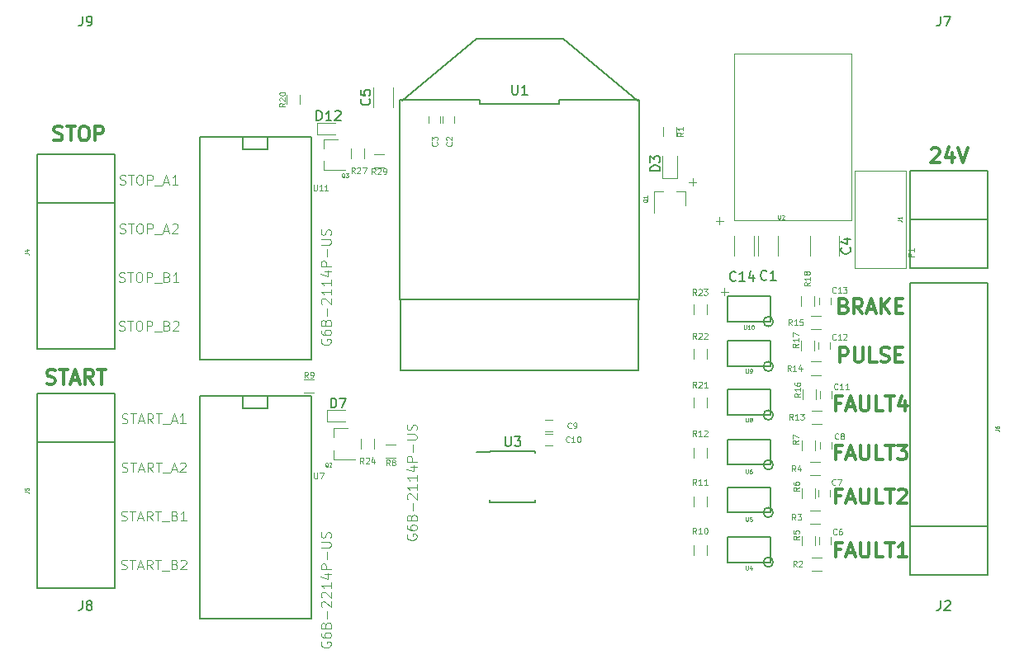
<source format=gbr>
G04 #@! TF.GenerationSoftware,KiCad,Pcbnew,(5.0.0-3-g5ebb6b6)*
G04 #@! TF.CreationDate,2018-09-16T20:50:52-07:00*
G04 #@! TF.ProjectId,controller_MK5,636F6E74726F6C6C65725F4D4B352E6B,rev?*
G04 #@! TF.SameCoordinates,Original*
G04 #@! TF.FileFunction,Legend,Top*
G04 #@! TF.FilePolarity,Positive*
%FSLAX46Y46*%
G04 Gerber Fmt 4.6, Leading zero omitted, Abs format (unit mm)*
G04 Created by KiCad (PCBNEW (5.0.0-3-g5ebb6b6)) date Sunday, September 16, 2018 at 08:50:52 PM*
%MOMM*%
%LPD*%
G01*
G04 APERTURE LIST*
%ADD10C,0.100000*%
%ADD11C,0.300000*%
%ADD12C,0.150000*%
%ADD13C,0.080000*%
%ADD14C,0.120000*%
%ADD15C,0.060000*%
G04 APERTURE END LIST*
D10*
X64852380Y-101604761D02*
X64995238Y-101652380D01*
X65233333Y-101652380D01*
X65328571Y-101604761D01*
X65376190Y-101557142D01*
X65423809Y-101461904D01*
X65423809Y-101366666D01*
X65376190Y-101271428D01*
X65328571Y-101223809D01*
X65233333Y-101176190D01*
X65042857Y-101128571D01*
X64947619Y-101080952D01*
X64900000Y-101033333D01*
X64852380Y-100938095D01*
X64852380Y-100842857D01*
X64900000Y-100747619D01*
X64947619Y-100700000D01*
X65042857Y-100652380D01*
X65280952Y-100652380D01*
X65423809Y-100700000D01*
X65709523Y-100652380D02*
X66280952Y-100652380D01*
X65995238Y-101652380D02*
X65995238Y-100652380D01*
X66804761Y-100652380D02*
X66995238Y-100652380D01*
X67090476Y-100700000D01*
X67185714Y-100795238D01*
X67233333Y-100985714D01*
X67233333Y-101319047D01*
X67185714Y-101509523D01*
X67090476Y-101604761D01*
X66995238Y-101652380D01*
X66804761Y-101652380D01*
X66709523Y-101604761D01*
X66614285Y-101509523D01*
X66566666Y-101319047D01*
X66566666Y-100985714D01*
X66614285Y-100795238D01*
X66709523Y-100700000D01*
X66804761Y-100652380D01*
X67661904Y-101652380D02*
X67661904Y-100652380D01*
X68042857Y-100652380D01*
X68138095Y-100700000D01*
X68185714Y-100747619D01*
X68233333Y-100842857D01*
X68233333Y-100985714D01*
X68185714Y-101080952D01*
X68138095Y-101128571D01*
X68042857Y-101176190D01*
X67661904Y-101176190D01*
X68423809Y-101747619D02*
X69185714Y-101747619D01*
X69757142Y-101128571D02*
X69900000Y-101176190D01*
X69947619Y-101223809D01*
X69995238Y-101319047D01*
X69995238Y-101461904D01*
X69947619Y-101557142D01*
X69900000Y-101604761D01*
X69804761Y-101652380D01*
X69423809Y-101652380D01*
X69423809Y-100652380D01*
X69757142Y-100652380D01*
X69852380Y-100700000D01*
X69900000Y-100747619D01*
X69947619Y-100842857D01*
X69947619Y-100938095D01*
X69900000Y-101033333D01*
X69852380Y-101080952D01*
X69757142Y-101128571D01*
X69423809Y-101128571D01*
X70947619Y-101652380D02*
X70376190Y-101652380D01*
X70661904Y-101652380D02*
X70661904Y-100652380D01*
X70566666Y-100795238D01*
X70471428Y-100890476D01*
X70376190Y-100938095D01*
X85600000Y-107527142D02*
X85552380Y-107622380D01*
X85552380Y-107765238D01*
X85600000Y-107908095D01*
X85695238Y-108003333D01*
X85790476Y-108050952D01*
X85980952Y-108098571D01*
X86123809Y-108098571D01*
X86314285Y-108050952D01*
X86409523Y-108003333D01*
X86504761Y-107908095D01*
X86552380Y-107765238D01*
X86552380Y-107670000D01*
X86504761Y-107527142D01*
X86457142Y-107479523D01*
X86123809Y-107479523D01*
X86123809Y-107670000D01*
X85552380Y-106622380D02*
X85552380Y-106812857D01*
X85600000Y-106908095D01*
X85647619Y-106955714D01*
X85790476Y-107050952D01*
X85980952Y-107098571D01*
X86361904Y-107098571D01*
X86457142Y-107050952D01*
X86504761Y-107003333D01*
X86552380Y-106908095D01*
X86552380Y-106717619D01*
X86504761Y-106622380D01*
X86457142Y-106574761D01*
X86361904Y-106527142D01*
X86123809Y-106527142D01*
X86028571Y-106574761D01*
X85980952Y-106622380D01*
X85933333Y-106717619D01*
X85933333Y-106908095D01*
X85980952Y-107003333D01*
X86028571Y-107050952D01*
X86123809Y-107098571D01*
X86028571Y-105765238D02*
X86076190Y-105622380D01*
X86123809Y-105574761D01*
X86219047Y-105527142D01*
X86361904Y-105527142D01*
X86457142Y-105574761D01*
X86504761Y-105622380D01*
X86552380Y-105717619D01*
X86552380Y-106098571D01*
X85552380Y-106098571D01*
X85552380Y-105765238D01*
X85600000Y-105670000D01*
X85647619Y-105622380D01*
X85742857Y-105574761D01*
X85838095Y-105574761D01*
X85933333Y-105622380D01*
X85980952Y-105670000D01*
X86028571Y-105765238D01*
X86028571Y-106098571D01*
X86171428Y-105098571D02*
X86171428Y-104336666D01*
X85647619Y-103908095D02*
X85600000Y-103860476D01*
X85552380Y-103765238D01*
X85552380Y-103527142D01*
X85600000Y-103431904D01*
X85647619Y-103384285D01*
X85742857Y-103336666D01*
X85838095Y-103336666D01*
X85980952Y-103384285D01*
X86552380Y-103955714D01*
X86552380Y-103336666D01*
X86552380Y-102384285D02*
X86552380Y-102955714D01*
X86552380Y-102670000D02*
X85552380Y-102670000D01*
X85695238Y-102765238D01*
X85790476Y-102860476D01*
X85838095Y-102955714D01*
X86552380Y-101431904D02*
X86552380Y-102003333D01*
X86552380Y-101717619D02*
X85552380Y-101717619D01*
X85695238Y-101812857D01*
X85790476Y-101908095D01*
X85838095Y-102003333D01*
X85885714Y-100574761D02*
X86552380Y-100574761D01*
X85504761Y-100812857D02*
X86219047Y-101050952D01*
X86219047Y-100431904D01*
X86552380Y-100050952D02*
X85552380Y-100050952D01*
X85552380Y-99670000D01*
X85600000Y-99574761D01*
X85647619Y-99527142D01*
X85742857Y-99479523D01*
X85885714Y-99479523D01*
X85980952Y-99527142D01*
X86028571Y-99574761D01*
X86076190Y-99670000D01*
X86076190Y-100050952D01*
X86171428Y-99050952D02*
X86171428Y-98289047D01*
X85552380Y-97812857D02*
X86361904Y-97812857D01*
X86457142Y-97765238D01*
X86504761Y-97717619D01*
X86552380Y-97622380D01*
X86552380Y-97431904D01*
X86504761Y-97336666D01*
X86457142Y-97289047D01*
X86361904Y-97241428D01*
X85552380Y-97241428D01*
X86504761Y-96812857D02*
X86552380Y-96670000D01*
X86552380Y-96431904D01*
X86504761Y-96336666D01*
X86457142Y-96289047D01*
X86361904Y-96241428D01*
X86266666Y-96241428D01*
X86171428Y-96289047D01*
X86123809Y-96336666D01*
X86076190Y-96431904D01*
X86028571Y-96622380D01*
X85980952Y-96717619D01*
X85933333Y-96765238D01*
X85838095Y-96812857D01*
X85742857Y-96812857D01*
X85647619Y-96765238D01*
X85600000Y-96717619D01*
X85552380Y-96622380D01*
X85552380Y-96384285D01*
X85600000Y-96241428D01*
D11*
X138792857Y-119092857D02*
X138292857Y-119092857D01*
X138292857Y-119878571D02*
X138292857Y-118378571D01*
X139007142Y-118378571D01*
X139507142Y-119450000D02*
X140221428Y-119450000D01*
X139364285Y-119878571D02*
X139864285Y-118378571D01*
X140364285Y-119878571D01*
X140864285Y-118378571D02*
X140864285Y-119592857D01*
X140935714Y-119735714D01*
X141007142Y-119807142D01*
X141150000Y-119878571D01*
X141435714Y-119878571D01*
X141578571Y-119807142D01*
X141650000Y-119735714D01*
X141721428Y-119592857D01*
X141721428Y-118378571D01*
X143150000Y-119878571D02*
X142435714Y-119878571D01*
X142435714Y-118378571D01*
X143435714Y-118378571D02*
X144292857Y-118378571D01*
X143864285Y-119878571D02*
X143864285Y-118378571D01*
X144650000Y-118378571D02*
X145578571Y-118378571D01*
X145078571Y-118950000D01*
X145292857Y-118950000D01*
X145435714Y-119021428D01*
X145507142Y-119092857D01*
X145578571Y-119235714D01*
X145578571Y-119592857D01*
X145507142Y-119735714D01*
X145435714Y-119807142D01*
X145292857Y-119878571D01*
X144864285Y-119878571D01*
X144721428Y-119807142D01*
X144650000Y-119735714D01*
X139185714Y-104092857D02*
X139400000Y-104164285D01*
X139471428Y-104235714D01*
X139542857Y-104378571D01*
X139542857Y-104592857D01*
X139471428Y-104735714D01*
X139400000Y-104807142D01*
X139257142Y-104878571D01*
X138685714Y-104878571D01*
X138685714Y-103378571D01*
X139185714Y-103378571D01*
X139328571Y-103450000D01*
X139400000Y-103521428D01*
X139471428Y-103664285D01*
X139471428Y-103807142D01*
X139400000Y-103950000D01*
X139328571Y-104021428D01*
X139185714Y-104092857D01*
X138685714Y-104092857D01*
X141042857Y-104878571D02*
X140542857Y-104164285D01*
X140185714Y-104878571D02*
X140185714Y-103378571D01*
X140757142Y-103378571D01*
X140900000Y-103450000D01*
X140971428Y-103521428D01*
X141042857Y-103664285D01*
X141042857Y-103878571D01*
X140971428Y-104021428D01*
X140900000Y-104092857D01*
X140757142Y-104164285D01*
X140185714Y-104164285D01*
X141614285Y-104450000D02*
X142328571Y-104450000D01*
X141471428Y-104878571D02*
X141971428Y-103378571D01*
X142471428Y-104878571D01*
X142971428Y-104878571D02*
X142971428Y-103378571D01*
X143828571Y-104878571D02*
X143185714Y-104021428D01*
X143828571Y-103378571D02*
X142971428Y-104235714D01*
X144471428Y-104092857D02*
X144971428Y-104092857D01*
X145185714Y-104878571D02*
X144471428Y-104878571D01*
X144471428Y-103378571D01*
X145185714Y-103378571D01*
D10*
X126780952Y-95378571D02*
X126019047Y-95378571D01*
X126400000Y-94997619D02*
X126400000Y-95759523D01*
X124030952Y-91378571D02*
X123269047Y-91378571D01*
X123650000Y-90997619D02*
X123650000Y-91759523D01*
X127280952Y-102628571D02*
X126519047Y-102628571D01*
X126900000Y-102247619D02*
X126900000Y-103009523D01*
X94400000Y-127557142D02*
X94352380Y-127652380D01*
X94352380Y-127795238D01*
X94400000Y-127938095D01*
X94495238Y-128033333D01*
X94590476Y-128080952D01*
X94780952Y-128128571D01*
X94923809Y-128128571D01*
X95114285Y-128080952D01*
X95209523Y-128033333D01*
X95304761Y-127938095D01*
X95352380Y-127795238D01*
X95352380Y-127700000D01*
X95304761Y-127557142D01*
X95257142Y-127509523D01*
X94923809Y-127509523D01*
X94923809Y-127700000D01*
X94352380Y-126652380D02*
X94352380Y-126842857D01*
X94400000Y-126938095D01*
X94447619Y-126985714D01*
X94590476Y-127080952D01*
X94780952Y-127128571D01*
X95161904Y-127128571D01*
X95257142Y-127080952D01*
X95304761Y-127033333D01*
X95352380Y-126938095D01*
X95352380Y-126747619D01*
X95304761Y-126652380D01*
X95257142Y-126604761D01*
X95161904Y-126557142D01*
X94923809Y-126557142D01*
X94828571Y-126604761D01*
X94780952Y-126652380D01*
X94733333Y-126747619D01*
X94733333Y-126938095D01*
X94780952Y-127033333D01*
X94828571Y-127080952D01*
X94923809Y-127128571D01*
X94828571Y-125795238D02*
X94876190Y-125652380D01*
X94923809Y-125604761D01*
X95019047Y-125557142D01*
X95161904Y-125557142D01*
X95257142Y-125604761D01*
X95304761Y-125652380D01*
X95352380Y-125747619D01*
X95352380Y-126128571D01*
X94352380Y-126128571D01*
X94352380Y-125795238D01*
X94400000Y-125700000D01*
X94447619Y-125652380D01*
X94542857Y-125604761D01*
X94638095Y-125604761D01*
X94733333Y-125652380D01*
X94780952Y-125700000D01*
X94828571Y-125795238D01*
X94828571Y-126128571D01*
X94971428Y-125128571D02*
X94971428Y-124366666D01*
X94447619Y-123938095D02*
X94400000Y-123890476D01*
X94352380Y-123795238D01*
X94352380Y-123557142D01*
X94400000Y-123461904D01*
X94447619Y-123414285D01*
X94542857Y-123366666D01*
X94638095Y-123366666D01*
X94780952Y-123414285D01*
X95352380Y-123985714D01*
X95352380Y-123366666D01*
X95352380Y-122414285D02*
X95352380Y-122985714D01*
X95352380Y-122700000D02*
X94352380Y-122700000D01*
X94495238Y-122795238D01*
X94590476Y-122890476D01*
X94638095Y-122985714D01*
X95352380Y-121461904D02*
X95352380Y-122033333D01*
X95352380Y-121747619D02*
X94352380Y-121747619D01*
X94495238Y-121842857D01*
X94590476Y-121938095D01*
X94638095Y-122033333D01*
X94685714Y-120604761D02*
X95352380Y-120604761D01*
X94304761Y-120842857D02*
X95019047Y-121080952D01*
X95019047Y-120461904D01*
X95352380Y-120080952D02*
X94352380Y-120080952D01*
X94352380Y-119700000D01*
X94400000Y-119604761D01*
X94447619Y-119557142D01*
X94542857Y-119509523D01*
X94685714Y-119509523D01*
X94780952Y-119557142D01*
X94828571Y-119604761D01*
X94876190Y-119700000D01*
X94876190Y-120080952D01*
X94971428Y-119080952D02*
X94971428Y-118319047D01*
X94352380Y-117842857D02*
X95161904Y-117842857D01*
X95257142Y-117795238D01*
X95304761Y-117747619D01*
X95352380Y-117652380D01*
X95352380Y-117461904D01*
X95304761Y-117366666D01*
X95257142Y-117319047D01*
X95161904Y-117271428D01*
X94352380Y-117271428D01*
X95304761Y-116842857D02*
X95352380Y-116700000D01*
X95352380Y-116461904D01*
X95304761Y-116366666D01*
X95257142Y-116319047D01*
X95161904Y-116271428D01*
X95066666Y-116271428D01*
X94971428Y-116319047D01*
X94923809Y-116366666D01*
X94876190Y-116461904D01*
X94828571Y-116652380D01*
X94780952Y-116747619D01*
X94733333Y-116795238D01*
X94638095Y-116842857D01*
X94542857Y-116842857D01*
X94447619Y-116795238D01*
X94400000Y-116747619D01*
X94352380Y-116652380D01*
X94352380Y-116414285D01*
X94400000Y-116271428D01*
X85600000Y-138607142D02*
X85552380Y-138702380D01*
X85552380Y-138845238D01*
X85600000Y-138988095D01*
X85695238Y-139083333D01*
X85790476Y-139130952D01*
X85980952Y-139178571D01*
X86123809Y-139178571D01*
X86314285Y-139130952D01*
X86409523Y-139083333D01*
X86504761Y-138988095D01*
X86552380Y-138845238D01*
X86552380Y-138750000D01*
X86504761Y-138607142D01*
X86457142Y-138559523D01*
X86123809Y-138559523D01*
X86123809Y-138750000D01*
X85552380Y-137702380D02*
X85552380Y-137892857D01*
X85600000Y-137988095D01*
X85647619Y-138035714D01*
X85790476Y-138130952D01*
X85980952Y-138178571D01*
X86361904Y-138178571D01*
X86457142Y-138130952D01*
X86504761Y-138083333D01*
X86552380Y-137988095D01*
X86552380Y-137797619D01*
X86504761Y-137702380D01*
X86457142Y-137654761D01*
X86361904Y-137607142D01*
X86123809Y-137607142D01*
X86028571Y-137654761D01*
X85980952Y-137702380D01*
X85933333Y-137797619D01*
X85933333Y-137988095D01*
X85980952Y-138083333D01*
X86028571Y-138130952D01*
X86123809Y-138178571D01*
X86028571Y-136845238D02*
X86076190Y-136702380D01*
X86123809Y-136654761D01*
X86219047Y-136607142D01*
X86361904Y-136607142D01*
X86457142Y-136654761D01*
X86504761Y-136702380D01*
X86552380Y-136797619D01*
X86552380Y-137178571D01*
X85552380Y-137178571D01*
X85552380Y-136845238D01*
X85600000Y-136750000D01*
X85647619Y-136702380D01*
X85742857Y-136654761D01*
X85838095Y-136654761D01*
X85933333Y-136702380D01*
X85980952Y-136750000D01*
X86028571Y-136845238D01*
X86028571Y-137178571D01*
X86171428Y-136178571D02*
X86171428Y-135416666D01*
X85647619Y-134988095D02*
X85600000Y-134940476D01*
X85552380Y-134845238D01*
X85552380Y-134607142D01*
X85600000Y-134511904D01*
X85647619Y-134464285D01*
X85742857Y-134416666D01*
X85838095Y-134416666D01*
X85980952Y-134464285D01*
X86552380Y-135035714D01*
X86552380Y-134416666D01*
X85647619Y-134035714D02*
X85600000Y-133988095D01*
X85552380Y-133892857D01*
X85552380Y-133654761D01*
X85600000Y-133559523D01*
X85647619Y-133511904D01*
X85742857Y-133464285D01*
X85838095Y-133464285D01*
X85980952Y-133511904D01*
X86552380Y-134083333D01*
X86552380Y-133464285D01*
X86552380Y-132511904D02*
X86552380Y-133083333D01*
X86552380Y-132797619D02*
X85552380Y-132797619D01*
X85695238Y-132892857D01*
X85790476Y-132988095D01*
X85838095Y-133083333D01*
X85885714Y-131654761D02*
X86552380Y-131654761D01*
X85504761Y-131892857D02*
X86219047Y-132130952D01*
X86219047Y-131511904D01*
X86552380Y-131130952D02*
X85552380Y-131130952D01*
X85552380Y-130750000D01*
X85600000Y-130654761D01*
X85647619Y-130607142D01*
X85742857Y-130559523D01*
X85885714Y-130559523D01*
X85980952Y-130607142D01*
X86028571Y-130654761D01*
X86076190Y-130750000D01*
X86076190Y-131130952D01*
X86171428Y-130130952D02*
X86171428Y-129369047D01*
X85552380Y-128892857D02*
X86361904Y-128892857D01*
X86457142Y-128845238D01*
X86504761Y-128797619D01*
X86552380Y-128702380D01*
X86552380Y-128511904D01*
X86504761Y-128416666D01*
X86457142Y-128369047D01*
X86361904Y-128321428D01*
X85552380Y-128321428D01*
X86504761Y-127892857D02*
X86552380Y-127750000D01*
X86552380Y-127511904D01*
X86504761Y-127416666D01*
X86457142Y-127369047D01*
X86361904Y-127321428D01*
X86266666Y-127321428D01*
X86171428Y-127369047D01*
X86123809Y-127416666D01*
X86076190Y-127511904D01*
X86028571Y-127702380D01*
X85980952Y-127797619D01*
X85933333Y-127845238D01*
X85838095Y-127892857D01*
X85742857Y-127892857D01*
X85647619Y-127845238D01*
X85600000Y-127797619D01*
X85552380Y-127702380D01*
X85552380Y-127464285D01*
X85600000Y-127321428D01*
X64852380Y-106604761D02*
X64995238Y-106652380D01*
X65233333Y-106652380D01*
X65328571Y-106604761D01*
X65376190Y-106557142D01*
X65423809Y-106461904D01*
X65423809Y-106366666D01*
X65376190Y-106271428D01*
X65328571Y-106223809D01*
X65233333Y-106176190D01*
X65042857Y-106128571D01*
X64947619Y-106080952D01*
X64900000Y-106033333D01*
X64852380Y-105938095D01*
X64852380Y-105842857D01*
X64900000Y-105747619D01*
X64947619Y-105700000D01*
X65042857Y-105652380D01*
X65280952Y-105652380D01*
X65423809Y-105700000D01*
X65709523Y-105652380D02*
X66280952Y-105652380D01*
X65995238Y-106652380D02*
X65995238Y-105652380D01*
X66804761Y-105652380D02*
X66995238Y-105652380D01*
X67090476Y-105700000D01*
X67185714Y-105795238D01*
X67233333Y-105985714D01*
X67233333Y-106319047D01*
X67185714Y-106509523D01*
X67090476Y-106604761D01*
X66995238Y-106652380D01*
X66804761Y-106652380D01*
X66709523Y-106604761D01*
X66614285Y-106509523D01*
X66566666Y-106319047D01*
X66566666Y-105985714D01*
X66614285Y-105795238D01*
X66709523Y-105700000D01*
X66804761Y-105652380D01*
X67661904Y-106652380D02*
X67661904Y-105652380D01*
X68042857Y-105652380D01*
X68138095Y-105700000D01*
X68185714Y-105747619D01*
X68233333Y-105842857D01*
X68233333Y-105985714D01*
X68185714Y-106080952D01*
X68138095Y-106128571D01*
X68042857Y-106176190D01*
X67661904Y-106176190D01*
X68423809Y-106747619D02*
X69185714Y-106747619D01*
X69757142Y-106128571D02*
X69900000Y-106176190D01*
X69947619Y-106223809D01*
X69995238Y-106319047D01*
X69995238Y-106461904D01*
X69947619Y-106557142D01*
X69900000Y-106604761D01*
X69804761Y-106652380D01*
X69423809Y-106652380D01*
X69423809Y-105652380D01*
X69757142Y-105652380D01*
X69852380Y-105700000D01*
X69900000Y-105747619D01*
X69947619Y-105842857D01*
X69947619Y-105938095D01*
X69900000Y-106033333D01*
X69852380Y-106080952D01*
X69757142Y-106128571D01*
X69423809Y-106128571D01*
X70376190Y-105747619D02*
X70423809Y-105700000D01*
X70519047Y-105652380D01*
X70757142Y-105652380D01*
X70852380Y-105700000D01*
X70900000Y-105747619D01*
X70947619Y-105842857D01*
X70947619Y-105938095D01*
X70900000Y-106080952D01*
X70328571Y-106652380D01*
X70947619Y-106652380D01*
D11*
X138792857Y-129092857D02*
X138292857Y-129092857D01*
X138292857Y-129878571D02*
X138292857Y-128378571D01*
X139007142Y-128378571D01*
X139507142Y-129450000D02*
X140221428Y-129450000D01*
X139364285Y-129878571D02*
X139864285Y-128378571D01*
X140364285Y-129878571D01*
X140864285Y-128378571D02*
X140864285Y-129592857D01*
X140935714Y-129735714D01*
X141007142Y-129807142D01*
X141150000Y-129878571D01*
X141435714Y-129878571D01*
X141578571Y-129807142D01*
X141650000Y-129735714D01*
X141721428Y-129592857D01*
X141721428Y-128378571D01*
X143150000Y-129878571D02*
X142435714Y-129878571D01*
X142435714Y-128378571D01*
X143435714Y-128378571D02*
X144292857Y-128378571D01*
X143864285Y-129878571D02*
X143864285Y-128378571D01*
X145578571Y-129878571D02*
X144721428Y-129878571D01*
X145150000Y-129878571D02*
X145150000Y-128378571D01*
X145007142Y-128592857D01*
X144864285Y-128735714D01*
X144721428Y-128807142D01*
X138792857Y-123592857D02*
X138292857Y-123592857D01*
X138292857Y-124378571D02*
X138292857Y-122878571D01*
X139007142Y-122878571D01*
X139507142Y-123950000D02*
X140221428Y-123950000D01*
X139364285Y-124378571D02*
X139864285Y-122878571D01*
X140364285Y-124378571D01*
X140864285Y-122878571D02*
X140864285Y-124092857D01*
X140935714Y-124235714D01*
X141007142Y-124307142D01*
X141150000Y-124378571D01*
X141435714Y-124378571D01*
X141578571Y-124307142D01*
X141650000Y-124235714D01*
X141721428Y-124092857D01*
X141721428Y-122878571D01*
X143150000Y-124378571D02*
X142435714Y-124378571D01*
X142435714Y-122878571D01*
X143435714Y-122878571D02*
X144292857Y-122878571D01*
X143864285Y-124378571D02*
X143864285Y-122878571D01*
X144721428Y-123021428D02*
X144792857Y-122950000D01*
X144935714Y-122878571D01*
X145292857Y-122878571D01*
X145435714Y-122950000D01*
X145507142Y-123021428D01*
X145578571Y-123164285D01*
X145578571Y-123307142D01*
X145507142Y-123521428D01*
X144650000Y-124378571D01*
X145578571Y-124378571D01*
X138792857Y-114092857D02*
X138292857Y-114092857D01*
X138292857Y-114878571D02*
X138292857Y-113378571D01*
X139007142Y-113378571D01*
X139507142Y-114450000D02*
X140221428Y-114450000D01*
X139364285Y-114878571D02*
X139864285Y-113378571D01*
X140364285Y-114878571D01*
X140864285Y-113378571D02*
X140864285Y-114592857D01*
X140935714Y-114735714D01*
X141007142Y-114807142D01*
X141150000Y-114878571D01*
X141435714Y-114878571D01*
X141578571Y-114807142D01*
X141650000Y-114735714D01*
X141721428Y-114592857D01*
X141721428Y-113378571D01*
X143150000Y-114878571D02*
X142435714Y-114878571D01*
X142435714Y-113378571D01*
X143435714Y-113378571D02*
X144292857Y-113378571D01*
X143864285Y-114878571D02*
X143864285Y-113378571D01*
X145435714Y-113878571D02*
X145435714Y-114878571D01*
X145078571Y-113307142D02*
X144721428Y-114378571D01*
X145650000Y-114378571D01*
X138721428Y-109878571D02*
X138721428Y-108378571D01*
X139292857Y-108378571D01*
X139435714Y-108450000D01*
X139507142Y-108521428D01*
X139578571Y-108664285D01*
X139578571Y-108878571D01*
X139507142Y-109021428D01*
X139435714Y-109092857D01*
X139292857Y-109164285D01*
X138721428Y-109164285D01*
X140221428Y-108378571D02*
X140221428Y-109592857D01*
X140292857Y-109735714D01*
X140364285Y-109807142D01*
X140507142Y-109878571D01*
X140792857Y-109878571D01*
X140935714Y-109807142D01*
X141007142Y-109735714D01*
X141078571Y-109592857D01*
X141078571Y-108378571D01*
X142507142Y-109878571D02*
X141792857Y-109878571D01*
X141792857Y-108378571D01*
X142935714Y-109807142D02*
X143150000Y-109878571D01*
X143507142Y-109878571D01*
X143650000Y-109807142D01*
X143721428Y-109735714D01*
X143792857Y-109592857D01*
X143792857Y-109450000D01*
X143721428Y-109307142D01*
X143650000Y-109235714D01*
X143507142Y-109164285D01*
X143221428Y-109092857D01*
X143078571Y-109021428D01*
X143007142Y-108950000D01*
X142935714Y-108807142D01*
X142935714Y-108664285D01*
X143007142Y-108521428D01*
X143078571Y-108450000D01*
X143221428Y-108378571D01*
X143578571Y-108378571D01*
X143792857Y-108450000D01*
X144435714Y-109092857D02*
X144935714Y-109092857D01*
X145150000Y-109878571D02*
X144435714Y-109878571D01*
X144435714Y-108378571D01*
X145150000Y-108378571D01*
D10*
X65138095Y-116104761D02*
X65280952Y-116152380D01*
X65519047Y-116152380D01*
X65614285Y-116104761D01*
X65661904Y-116057142D01*
X65709523Y-115961904D01*
X65709523Y-115866666D01*
X65661904Y-115771428D01*
X65614285Y-115723809D01*
X65519047Y-115676190D01*
X65328571Y-115628571D01*
X65233333Y-115580952D01*
X65185714Y-115533333D01*
X65138095Y-115438095D01*
X65138095Y-115342857D01*
X65185714Y-115247619D01*
X65233333Y-115200000D01*
X65328571Y-115152380D01*
X65566666Y-115152380D01*
X65709523Y-115200000D01*
X65995238Y-115152380D02*
X66566666Y-115152380D01*
X66280952Y-116152380D02*
X66280952Y-115152380D01*
X66852380Y-115866666D02*
X67328571Y-115866666D01*
X66757142Y-116152380D02*
X67090476Y-115152380D01*
X67423809Y-116152380D01*
X68328571Y-116152380D02*
X67995238Y-115676190D01*
X67757142Y-116152380D02*
X67757142Y-115152380D01*
X68138095Y-115152380D01*
X68233333Y-115200000D01*
X68280952Y-115247619D01*
X68328571Y-115342857D01*
X68328571Y-115485714D01*
X68280952Y-115580952D01*
X68233333Y-115628571D01*
X68138095Y-115676190D01*
X67757142Y-115676190D01*
X68614285Y-115152380D02*
X69185714Y-115152380D01*
X68900000Y-116152380D02*
X68900000Y-115152380D01*
X69280952Y-116247619D02*
X70042857Y-116247619D01*
X70233333Y-115866666D02*
X70709523Y-115866666D01*
X70138095Y-116152380D02*
X70471428Y-115152380D01*
X70804761Y-116152380D01*
X71661904Y-116152380D02*
X71090476Y-116152380D01*
X71376190Y-116152380D02*
X71376190Y-115152380D01*
X71280952Y-115295238D01*
X71185714Y-115390476D01*
X71090476Y-115438095D01*
X65066666Y-126104761D02*
X65209523Y-126152380D01*
X65447619Y-126152380D01*
X65542857Y-126104761D01*
X65590476Y-126057142D01*
X65638095Y-125961904D01*
X65638095Y-125866666D01*
X65590476Y-125771428D01*
X65542857Y-125723809D01*
X65447619Y-125676190D01*
X65257142Y-125628571D01*
X65161904Y-125580952D01*
X65114285Y-125533333D01*
X65066666Y-125438095D01*
X65066666Y-125342857D01*
X65114285Y-125247619D01*
X65161904Y-125200000D01*
X65257142Y-125152380D01*
X65495238Y-125152380D01*
X65638095Y-125200000D01*
X65923809Y-125152380D02*
X66495238Y-125152380D01*
X66209523Y-126152380D02*
X66209523Y-125152380D01*
X66780952Y-125866666D02*
X67257142Y-125866666D01*
X66685714Y-126152380D02*
X67019047Y-125152380D01*
X67352380Y-126152380D01*
X68257142Y-126152380D02*
X67923809Y-125676190D01*
X67685714Y-126152380D02*
X67685714Y-125152380D01*
X68066666Y-125152380D01*
X68161904Y-125200000D01*
X68209523Y-125247619D01*
X68257142Y-125342857D01*
X68257142Y-125485714D01*
X68209523Y-125580952D01*
X68161904Y-125628571D01*
X68066666Y-125676190D01*
X67685714Y-125676190D01*
X68542857Y-125152380D02*
X69114285Y-125152380D01*
X68828571Y-126152380D02*
X68828571Y-125152380D01*
X69209523Y-126247619D02*
X69971428Y-126247619D01*
X70542857Y-125628571D02*
X70685714Y-125676190D01*
X70733333Y-125723809D01*
X70780952Y-125819047D01*
X70780952Y-125961904D01*
X70733333Y-126057142D01*
X70685714Y-126104761D01*
X70590476Y-126152380D01*
X70209523Y-126152380D01*
X70209523Y-125152380D01*
X70542857Y-125152380D01*
X70638095Y-125200000D01*
X70685714Y-125247619D01*
X70733333Y-125342857D01*
X70733333Y-125438095D01*
X70685714Y-125533333D01*
X70638095Y-125580952D01*
X70542857Y-125628571D01*
X70209523Y-125628571D01*
X71733333Y-126152380D02*
X71161904Y-126152380D01*
X71447619Y-126152380D02*
X71447619Y-125152380D01*
X71352380Y-125295238D01*
X71257142Y-125390476D01*
X71161904Y-125438095D01*
X65066666Y-131104761D02*
X65209523Y-131152380D01*
X65447619Y-131152380D01*
X65542857Y-131104761D01*
X65590476Y-131057142D01*
X65638095Y-130961904D01*
X65638095Y-130866666D01*
X65590476Y-130771428D01*
X65542857Y-130723809D01*
X65447619Y-130676190D01*
X65257142Y-130628571D01*
X65161904Y-130580952D01*
X65114285Y-130533333D01*
X65066666Y-130438095D01*
X65066666Y-130342857D01*
X65114285Y-130247619D01*
X65161904Y-130200000D01*
X65257142Y-130152380D01*
X65495238Y-130152380D01*
X65638095Y-130200000D01*
X65923809Y-130152380D02*
X66495238Y-130152380D01*
X66209523Y-131152380D02*
X66209523Y-130152380D01*
X66780952Y-130866666D02*
X67257142Y-130866666D01*
X66685714Y-131152380D02*
X67019047Y-130152380D01*
X67352380Y-131152380D01*
X68257142Y-131152380D02*
X67923809Y-130676190D01*
X67685714Y-131152380D02*
X67685714Y-130152380D01*
X68066666Y-130152380D01*
X68161904Y-130200000D01*
X68209523Y-130247619D01*
X68257142Y-130342857D01*
X68257142Y-130485714D01*
X68209523Y-130580952D01*
X68161904Y-130628571D01*
X68066666Y-130676190D01*
X67685714Y-130676190D01*
X68542857Y-130152380D02*
X69114285Y-130152380D01*
X68828571Y-131152380D02*
X68828571Y-130152380D01*
X69209523Y-131247619D02*
X69971428Y-131247619D01*
X70542857Y-130628571D02*
X70685714Y-130676190D01*
X70733333Y-130723809D01*
X70780952Y-130819047D01*
X70780952Y-130961904D01*
X70733333Y-131057142D01*
X70685714Y-131104761D01*
X70590476Y-131152380D01*
X70209523Y-131152380D01*
X70209523Y-130152380D01*
X70542857Y-130152380D01*
X70638095Y-130200000D01*
X70685714Y-130247619D01*
X70733333Y-130342857D01*
X70733333Y-130438095D01*
X70685714Y-130533333D01*
X70638095Y-130580952D01*
X70542857Y-130628571D01*
X70209523Y-130628571D01*
X71161904Y-130247619D02*
X71209523Y-130200000D01*
X71304761Y-130152380D01*
X71542857Y-130152380D01*
X71638095Y-130200000D01*
X71685714Y-130247619D01*
X71733333Y-130342857D01*
X71733333Y-130438095D01*
X71685714Y-130580952D01*
X71114285Y-131152380D01*
X71733333Y-131152380D01*
X65138095Y-121104761D02*
X65280952Y-121152380D01*
X65519047Y-121152380D01*
X65614285Y-121104761D01*
X65661904Y-121057142D01*
X65709523Y-120961904D01*
X65709523Y-120866666D01*
X65661904Y-120771428D01*
X65614285Y-120723809D01*
X65519047Y-120676190D01*
X65328571Y-120628571D01*
X65233333Y-120580952D01*
X65185714Y-120533333D01*
X65138095Y-120438095D01*
X65138095Y-120342857D01*
X65185714Y-120247619D01*
X65233333Y-120200000D01*
X65328571Y-120152380D01*
X65566666Y-120152380D01*
X65709523Y-120200000D01*
X65995238Y-120152380D02*
X66566666Y-120152380D01*
X66280952Y-121152380D02*
X66280952Y-120152380D01*
X66852380Y-120866666D02*
X67328571Y-120866666D01*
X66757142Y-121152380D02*
X67090476Y-120152380D01*
X67423809Y-121152380D01*
X68328571Y-121152380D02*
X67995238Y-120676190D01*
X67757142Y-121152380D02*
X67757142Y-120152380D01*
X68138095Y-120152380D01*
X68233333Y-120200000D01*
X68280952Y-120247619D01*
X68328571Y-120342857D01*
X68328571Y-120485714D01*
X68280952Y-120580952D01*
X68233333Y-120628571D01*
X68138095Y-120676190D01*
X67757142Y-120676190D01*
X68614285Y-120152380D02*
X69185714Y-120152380D01*
X68900000Y-121152380D02*
X68900000Y-120152380D01*
X69280952Y-121247619D02*
X70042857Y-121247619D01*
X70233333Y-120866666D02*
X70709523Y-120866666D01*
X70138095Y-121152380D02*
X70471428Y-120152380D01*
X70804761Y-121152380D01*
X71090476Y-120247619D02*
X71138095Y-120200000D01*
X71233333Y-120152380D01*
X71471428Y-120152380D01*
X71566666Y-120200000D01*
X71614285Y-120247619D01*
X71661904Y-120342857D01*
X71661904Y-120438095D01*
X71614285Y-120580952D01*
X71042857Y-121152380D01*
X71661904Y-121152380D01*
X64923809Y-96604761D02*
X65066666Y-96652380D01*
X65304761Y-96652380D01*
X65400000Y-96604761D01*
X65447619Y-96557142D01*
X65495238Y-96461904D01*
X65495238Y-96366666D01*
X65447619Y-96271428D01*
X65400000Y-96223809D01*
X65304761Y-96176190D01*
X65114285Y-96128571D01*
X65019047Y-96080952D01*
X64971428Y-96033333D01*
X64923809Y-95938095D01*
X64923809Y-95842857D01*
X64971428Y-95747619D01*
X65019047Y-95700000D01*
X65114285Y-95652380D01*
X65352380Y-95652380D01*
X65495238Y-95700000D01*
X65780952Y-95652380D02*
X66352380Y-95652380D01*
X66066666Y-96652380D02*
X66066666Y-95652380D01*
X66876190Y-95652380D02*
X67066666Y-95652380D01*
X67161904Y-95700000D01*
X67257142Y-95795238D01*
X67304761Y-95985714D01*
X67304761Y-96319047D01*
X67257142Y-96509523D01*
X67161904Y-96604761D01*
X67066666Y-96652380D01*
X66876190Y-96652380D01*
X66780952Y-96604761D01*
X66685714Y-96509523D01*
X66638095Y-96319047D01*
X66638095Y-95985714D01*
X66685714Y-95795238D01*
X66780952Y-95700000D01*
X66876190Y-95652380D01*
X67733333Y-96652380D02*
X67733333Y-95652380D01*
X68114285Y-95652380D01*
X68209523Y-95700000D01*
X68257142Y-95747619D01*
X68304761Y-95842857D01*
X68304761Y-95985714D01*
X68257142Y-96080952D01*
X68209523Y-96128571D01*
X68114285Y-96176190D01*
X67733333Y-96176190D01*
X68495238Y-96747619D02*
X69257142Y-96747619D01*
X69447619Y-96366666D02*
X69923809Y-96366666D01*
X69352380Y-96652380D02*
X69685714Y-95652380D01*
X70019047Y-96652380D01*
X70304761Y-95747619D02*
X70352380Y-95700000D01*
X70447619Y-95652380D01*
X70685714Y-95652380D01*
X70780952Y-95700000D01*
X70828571Y-95747619D01*
X70876190Y-95842857D01*
X70876190Y-95938095D01*
X70828571Y-96080952D01*
X70257142Y-96652380D01*
X70876190Y-96652380D01*
X64923809Y-91604761D02*
X65066666Y-91652380D01*
X65304761Y-91652380D01*
X65400000Y-91604761D01*
X65447619Y-91557142D01*
X65495238Y-91461904D01*
X65495238Y-91366666D01*
X65447619Y-91271428D01*
X65400000Y-91223809D01*
X65304761Y-91176190D01*
X65114285Y-91128571D01*
X65019047Y-91080952D01*
X64971428Y-91033333D01*
X64923809Y-90938095D01*
X64923809Y-90842857D01*
X64971428Y-90747619D01*
X65019047Y-90700000D01*
X65114285Y-90652380D01*
X65352380Y-90652380D01*
X65495238Y-90700000D01*
X65780952Y-90652380D02*
X66352380Y-90652380D01*
X66066666Y-91652380D02*
X66066666Y-90652380D01*
X66876190Y-90652380D02*
X67066666Y-90652380D01*
X67161904Y-90700000D01*
X67257142Y-90795238D01*
X67304761Y-90985714D01*
X67304761Y-91319047D01*
X67257142Y-91509523D01*
X67161904Y-91604761D01*
X67066666Y-91652380D01*
X66876190Y-91652380D01*
X66780952Y-91604761D01*
X66685714Y-91509523D01*
X66638095Y-91319047D01*
X66638095Y-90985714D01*
X66685714Y-90795238D01*
X66780952Y-90700000D01*
X66876190Y-90652380D01*
X67733333Y-91652380D02*
X67733333Y-90652380D01*
X68114285Y-90652380D01*
X68209523Y-90700000D01*
X68257142Y-90747619D01*
X68304761Y-90842857D01*
X68304761Y-90985714D01*
X68257142Y-91080952D01*
X68209523Y-91128571D01*
X68114285Y-91176190D01*
X67733333Y-91176190D01*
X68495238Y-91747619D02*
X69257142Y-91747619D01*
X69447619Y-91366666D02*
X69923809Y-91366666D01*
X69352380Y-91652380D02*
X69685714Y-90652380D01*
X70019047Y-91652380D01*
X70876190Y-91652380D02*
X70304761Y-91652380D01*
X70590476Y-91652380D02*
X70590476Y-90652380D01*
X70495238Y-90795238D01*
X70400000Y-90890476D01*
X70304761Y-90938095D01*
D11*
X148114285Y-88021428D02*
X148185714Y-87950000D01*
X148328571Y-87878571D01*
X148685714Y-87878571D01*
X148828571Y-87950000D01*
X148900000Y-88021428D01*
X148971428Y-88164285D01*
X148971428Y-88307142D01*
X148900000Y-88521428D01*
X148042857Y-89378571D01*
X148971428Y-89378571D01*
X150257142Y-88378571D02*
X150257142Y-89378571D01*
X149900000Y-87807142D02*
X149542857Y-88878571D01*
X150471428Y-88878571D01*
X150828571Y-87878571D02*
X151328571Y-89378571D01*
X151828571Y-87878571D01*
X58164285Y-87057142D02*
X58378571Y-87128571D01*
X58735714Y-87128571D01*
X58878571Y-87057142D01*
X58950000Y-86985714D01*
X59021428Y-86842857D01*
X59021428Y-86700000D01*
X58950000Y-86557142D01*
X58878571Y-86485714D01*
X58735714Y-86414285D01*
X58450000Y-86342857D01*
X58307142Y-86271428D01*
X58235714Y-86200000D01*
X58164285Y-86057142D01*
X58164285Y-85914285D01*
X58235714Y-85771428D01*
X58307142Y-85700000D01*
X58450000Y-85628571D01*
X58807142Y-85628571D01*
X59021428Y-85700000D01*
X59450000Y-85628571D02*
X60307142Y-85628571D01*
X59878571Y-87128571D02*
X59878571Y-85628571D01*
X61092857Y-85628571D02*
X61378571Y-85628571D01*
X61521428Y-85700000D01*
X61664285Y-85842857D01*
X61735714Y-86128571D01*
X61735714Y-86628571D01*
X61664285Y-86914285D01*
X61521428Y-87057142D01*
X61378571Y-87128571D01*
X61092857Y-87128571D01*
X60950000Y-87057142D01*
X60807142Y-86914285D01*
X60735714Y-86628571D01*
X60735714Y-86128571D01*
X60807142Y-85842857D01*
X60950000Y-85700000D01*
X61092857Y-85628571D01*
X62378571Y-87128571D02*
X62378571Y-85628571D01*
X62949999Y-85628571D01*
X63092857Y-85700000D01*
X63164285Y-85771428D01*
X63235714Y-85914285D01*
X63235714Y-86128571D01*
X63164285Y-86271428D01*
X63092857Y-86342857D01*
X62949999Y-86414285D01*
X62378571Y-86414285D01*
X57435714Y-112057142D02*
X57650000Y-112128571D01*
X58007142Y-112128571D01*
X58150000Y-112057142D01*
X58221428Y-111985714D01*
X58292857Y-111842857D01*
X58292857Y-111700000D01*
X58221428Y-111557142D01*
X58150000Y-111485714D01*
X58007142Y-111414285D01*
X57721428Y-111342857D01*
X57578571Y-111271428D01*
X57507142Y-111200000D01*
X57435714Y-111057142D01*
X57435714Y-110914285D01*
X57507142Y-110771428D01*
X57578571Y-110700000D01*
X57721428Y-110628571D01*
X58078571Y-110628571D01*
X58292857Y-110700000D01*
X58721428Y-110628571D02*
X59578571Y-110628571D01*
X59150000Y-112128571D02*
X59150000Y-110628571D01*
X60007142Y-111700000D02*
X60721428Y-111700000D01*
X59864285Y-112128571D02*
X60364285Y-110628571D01*
X60864285Y-112128571D01*
X62221428Y-112128571D02*
X61721428Y-111414285D01*
X61364285Y-112128571D02*
X61364285Y-110628571D01*
X61935714Y-110628571D01*
X62078571Y-110700000D01*
X62150000Y-110771428D01*
X62221428Y-110914285D01*
X62221428Y-111128571D01*
X62150000Y-111271428D01*
X62078571Y-111342857D01*
X61935714Y-111414285D01*
X61364285Y-111414285D01*
X62650000Y-110628571D02*
X63507142Y-110628571D01*
X63078571Y-112128571D02*
X63078571Y-110628571D01*
D12*
G04 #@! TO.C,U6*
X131900000Y-120400000D02*
G75*
G03X131900000Y-120400000I-500000J0D01*
G01*
X131600000Y-117800000D02*
X131600000Y-120400000D01*
X127200000Y-117800000D02*
X131600000Y-117800000D01*
X127200000Y-120400000D02*
X127200000Y-117800000D01*
X131600000Y-120400000D02*
X127200000Y-120400000D01*
G04 #@! TO.C,U5*
X131900000Y-125300000D02*
G75*
G03X131900000Y-125300000I-500000J0D01*
G01*
X131600000Y-122700000D02*
X131600000Y-125300000D01*
X127200000Y-122700000D02*
X131600000Y-122700000D01*
X127200000Y-125300000D02*
X127200000Y-122700000D01*
X131600000Y-125300000D02*
X127200000Y-125300000D01*
G04 #@! TO.C,U4*
X131900000Y-130400000D02*
G75*
G03X131900000Y-130400000I-500000J0D01*
G01*
X131600000Y-127800000D02*
X131600000Y-130400000D01*
X127200000Y-127800000D02*
X131600000Y-127800000D01*
X127200000Y-130400000D02*
X127200000Y-127800000D01*
X131600000Y-130400000D02*
X127200000Y-130400000D01*
G04 #@! TO.C,U10*
X131900000Y-105700000D02*
G75*
G03X131900000Y-105700000I-500000J0D01*
G01*
X131600000Y-103100000D02*
X131600000Y-105700000D01*
X127200000Y-103100000D02*
X131600000Y-103100000D01*
X127200000Y-105700000D02*
X127200000Y-103100000D01*
X131600000Y-105700000D02*
X127200000Y-105700000D01*
G04 #@! TO.C,U9*
X131900000Y-110300000D02*
G75*
G03X131900000Y-110300000I-500000J0D01*
G01*
X131600000Y-107700000D02*
X131600000Y-110300000D01*
X127200000Y-107700000D02*
X131600000Y-107700000D01*
X127200000Y-110300000D02*
X127200000Y-107700000D01*
X131600000Y-110300000D02*
X127200000Y-110300000D01*
G04 #@! TO.C,U8*
X131900000Y-115300000D02*
G75*
G03X131900000Y-115300000I-500000J0D01*
G01*
X131600000Y-112700000D02*
X131600000Y-115300000D01*
X127200000Y-112700000D02*
X131600000Y-112700000D01*
X127200000Y-115300000D02*
X127200000Y-112700000D01*
X131600000Y-115300000D02*
X127200000Y-115300000D01*
G04 #@! TO.C,U7*
X77530000Y-114620000D02*
X77530000Y-113350000D01*
X80070000Y-114620000D02*
X77530000Y-114620000D01*
X80070000Y-113350000D02*
X80070000Y-114620000D01*
X73085000Y-113350000D02*
X82610000Y-113350000D01*
X73085000Y-136210000D02*
X73085000Y-113350000D01*
X84515000Y-136210000D02*
X73085000Y-136210000D01*
X84515000Y-113350000D02*
X84515000Y-136210000D01*
X83880000Y-113350000D02*
X84515000Y-113350000D01*
X82610000Y-113350000D02*
X83880000Y-113350000D01*
G04 #@! TO.C,U11*
X77530000Y-88020000D02*
X77530000Y-86750000D01*
X80070000Y-88020000D02*
X77530000Y-88020000D01*
X80070000Y-86750000D02*
X80070000Y-88020000D01*
X73085000Y-86750000D02*
X82610000Y-86750000D01*
X73085000Y-109610000D02*
X73085000Y-86750000D01*
X84515000Y-109610000D02*
X73085000Y-109610000D01*
X84515000Y-86750000D02*
X84515000Y-109610000D01*
X83880000Y-86750000D02*
X84515000Y-86750000D01*
X82610000Y-86750000D02*
X83880000Y-86750000D01*
D13*
G04 #@! TO.C,F1*
X140300000Y-90200000D02*
X145500000Y-90200000D01*
X140300000Y-100200000D02*
X140300000Y-90200000D01*
X145500000Y-100200000D02*
X140300000Y-100200000D01*
X145500000Y-90200000D02*
X145500000Y-100200000D01*
D12*
G04 #@! TO.C,U1*
X93650000Y-82950000D02*
X93650000Y-103450000D01*
X93650000Y-103450000D02*
X118150000Y-103450000D01*
X118150000Y-103450000D02*
X118150000Y-82950000D01*
X118150000Y-82950000D02*
X109983333Y-82950000D01*
X109983333Y-82950000D02*
X109983333Y-83400000D01*
X109983333Y-83400000D02*
X101816667Y-83400000D01*
X101816667Y-83400000D02*
X101816667Y-82950000D01*
X101816667Y-82950000D02*
X93650000Y-82950000D01*
X105900000Y-76690000D02*
X110345000Y-76690000D01*
X110345000Y-76690000D02*
X117965000Y-83040000D01*
X105900000Y-76690000D02*
X101455000Y-76690000D01*
X101455000Y-76690000D02*
X93835000Y-83040000D01*
X93700000Y-103500000D02*
X93700000Y-110700000D01*
X93700000Y-110700000D02*
X118100000Y-110700000D01*
X118100000Y-110600000D02*
X118100000Y-103500000D01*
G04 #@! TO.C,U3*
X102875000Y-118975000D02*
X102875000Y-119100000D01*
X107525000Y-118975000D02*
X107525000Y-119200000D01*
X107525000Y-124225000D02*
X107525000Y-124000000D01*
X102875000Y-124225000D02*
X102875000Y-124000000D01*
X102875000Y-118975000D02*
X107525000Y-118975000D01*
X102875000Y-124225000D02*
X107525000Y-124225000D01*
X102875000Y-119100000D02*
X101525000Y-119100000D01*
D14*
G04 #@! TO.C,D3*
X120540000Y-88700000D02*
X120540000Y-90970000D01*
X120540000Y-90970000D02*
X122060000Y-90970000D01*
X122060000Y-90970000D02*
X122060000Y-88700000D01*
G04 #@! TO.C,C2*
X99200000Y-84650000D02*
X99200000Y-85350000D01*
X98000000Y-85350000D02*
X98000000Y-84650000D01*
G04 #@! TO.C,C3*
X96600000Y-85350000D02*
X96600000Y-84650000D01*
X97800000Y-84650000D02*
X97800000Y-85350000D01*
G04 #@! TO.C,C6*
X136600000Y-128550000D02*
X136600000Y-127850000D01*
X137800000Y-127850000D02*
X137800000Y-128550000D01*
G04 #@! TO.C,C7*
X137700000Y-122950000D02*
X137700000Y-123650000D01*
X136500000Y-123650000D02*
X136500000Y-122950000D01*
G04 #@! TO.C,C8*
X137900000Y-118050000D02*
X137900000Y-118750000D01*
X136700000Y-118750000D02*
X136700000Y-118050000D01*
G04 #@! TO.C,C9*
X108550000Y-115800000D02*
X109250000Y-115800000D01*
X109250000Y-117000000D02*
X108550000Y-117000000D01*
G04 #@! TO.C,C10*
X109250000Y-118400000D02*
X108550000Y-118400000D01*
X108550000Y-117200000D02*
X109250000Y-117200000D01*
G04 #@! TO.C,C11*
X137900000Y-112850000D02*
X137900000Y-113550000D01*
X136700000Y-113550000D02*
X136700000Y-112850000D01*
G04 #@! TO.C,C12*
X136500000Y-108550000D02*
X136500000Y-107850000D01*
X137700000Y-107850000D02*
X137700000Y-108550000D01*
G04 #@! TO.C,C13*
X136600000Y-103950000D02*
X136600000Y-103250000D01*
X137800000Y-103250000D02*
X137800000Y-103950000D01*
G04 #@! TO.C,R1*
X120620000Y-86700000D02*
X120620000Y-85700000D01*
X121980000Y-85700000D02*
X121980000Y-86700000D01*
G04 #@! TO.C,R2*
X135900000Y-129920000D02*
X136900000Y-129920000D01*
X136900000Y-131280000D02*
X135900000Y-131280000D01*
G04 #@! TO.C,R3*
X135700000Y-125120000D02*
X136700000Y-125120000D01*
X136700000Y-126480000D02*
X135700000Y-126480000D01*
G04 #@! TO.C,R4*
X136700000Y-121480000D02*
X135700000Y-121480000D01*
X135700000Y-120120000D02*
X136700000Y-120120000D01*
G04 #@! TO.C,R5*
X134820000Y-128700000D02*
X134820000Y-127700000D01*
X136180000Y-127700000D02*
X136180000Y-128700000D01*
G04 #@! TO.C,R6*
X134820000Y-123800000D02*
X134820000Y-122800000D01*
X136180000Y-122800000D02*
X136180000Y-123800000D01*
G04 #@! TO.C,R7*
X136180000Y-117900000D02*
X136180000Y-118900000D01*
X134820000Y-118900000D02*
X134820000Y-117900000D01*
G04 #@! TO.C,R8*
X93200000Y-119680000D02*
X92200000Y-119680000D01*
X92200000Y-118320000D02*
X93200000Y-118320000D01*
G04 #@! TO.C,R9*
X83800000Y-111620000D02*
X84800000Y-111620000D01*
X84800000Y-112980000D02*
X83800000Y-112980000D01*
G04 #@! TO.C,R10*
X123720000Y-129700000D02*
X123720000Y-128700000D01*
X125080000Y-128700000D02*
X125080000Y-129700000D01*
G04 #@! TO.C,R11*
X123720000Y-124700000D02*
X123720000Y-123700000D01*
X125080000Y-123700000D02*
X125080000Y-124700000D01*
G04 #@! TO.C,R12*
X123720000Y-119700000D02*
X123720000Y-118700000D01*
X125080000Y-118700000D02*
X125080000Y-119700000D01*
G04 #@! TO.C,R13*
X135900000Y-114820000D02*
X136900000Y-114820000D01*
X136900000Y-116180000D02*
X135900000Y-116180000D01*
G04 #@! TO.C,R14*
X136800000Y-111180000D02*
X135800000Y-111180000D01*
X135800000Y-109820000D02*
X136800000Y-109820000D01*
G04 #@! TO.C,R15*
X136800000Y-106480000D02*
X135800000Y-106480000D01*
X135800000Y-105120000D02*
X136800000Y-105120000D01*
G04 #@! TO.C,R16*
X134920000Y-113700000D02*
X134920000Y-112700000D01*
X136280000Y-112700000D02*
X136280000Y-113700000D01*
G04 #@! TO.C,R17*
X136080000Y-107700000D02*
X136080000Y-108700000D01*
X134720000Y-108700000D02*
X134720000Y-107700000D01*
G04 #@! TO.C,R18*
X136080000Y-103100000D02*
X136080000Y-104100000D01*
X134720000Y-104100000D02*
X134720000Y-103100000D01*
G04 #@! TO.C,R20*
X83380000Y-82400000D02*
X83380000Y-83400000D01*
X82020000Y-83400000D02*
X82020000Y-82400000D01*
G04 #@! TO.C,R21*
X125080000Y-113500000D02*
X125080000Y-114500000D01*
X123720000Y-114500000D02*
X123720000Y-113500000D01*
G04 #@! TO.C,R22*
X123720000Y-109500000D02*
X123720000Y-108500000D01*
X125080000Y-108500000D02*
X125080000Y-109500000D01*
G04 #@! TO.C,R23*
X125080000Y-103950000D02*
X125080000Y-104950000D01*
X123720000Y-104950000D02*
X123720000Y-103950000D01*
G04 #@! TO.C,R24*
X89620000Y-118750000D02*
X89620000Y-117750000D01*
X90980000Y-117750000D02*
X90980000Y-118750000D01*
G04 #@! TO.C,R27*
X88620000Y-88950000D02*
X88620000Y-87950000D01*
X89980000Y-87950000D02*
X89980000Y-88950000D01*
D12*
G04 #@! TO.C,J1*
X153900000Y-90200000D02*
X153900000Y-100200000D01*
X153900000Y-100200000D02*
X145900000Y-100200000D01*
X145900000Y-100200000D02*
X145900000Y-90200000D01*
X145900000Y-90200000D02*
X153900000Y-90200000D01*
X153900000Y-95200000D02*
X145900000Y-95200000D01*
G04 #@! TO.C,J4*
X64400000Y-88550000D02*
X64400000Y-108550000D01*
X64400000Y-108550000D02*
X56400000Y-108550000D01*
X56400000Y-108550000D02*
X56400000Y-88550000D01*
X56400000Y-88550000D02*
X64400000Y-88550000D01*
X64400000Y-93550000D02*
X56400000Y-93550000D01*
G04 #@! TO.C,J5*
X64400000Y-118050000D02*
X56400000Y-118050000D01*
X56400000Y-113050000D02*
X64400000Y-113050000D01*
X56400000Y-133050000D02*
X56400000Y-113050000D01*
X64400000Y-133050000D02*
X56400000Y-133050000D01*
X64400000Y-113050000D02*
X64400000Y-133050000D01*
G04 #@! TO.C,J6*
X145900000Y-126700000D02*
X153900000Y-126700000D01*
X153900000Y-131700000D02*
X145900000Y-131700000D01*
X153900000Y-101700000D02*
X153900000Y-131700000D01*
X145900000Y-101700000D02*
X153900000Y-101700000D01*
X145900000Y-131700000D02*
X145900000Y-101700000D01*
D14*
G04 #@! TO.C,R29*
X92000000Y-89880000D02*
X91000000Y-89880000D01*
X91000000Y-88520000D02*
X92000000Y-88520000D01*
G04 #@! TO.C,C1*
X130380000Y-96950000D02*
X130380000Y-98950000D01*
X132420000Y-98950000D02*
X132420000Y-96950000D01*
G04 #@! TO.C,C4*
X135670000Y-96950000D02*
X135670000Y-98950000D01*
X138630000Y-98950000D02*
X138630000Y-96950000D01*
G04 #@! TO.C,C5*
X90880000Y-81700000D02*
X90880000Y-83700000D01*
X92920000Y-83700000D02*
X92920000Y-81700000D01*
G04 #@! TO.C,C14*
X127880000Y-96950000D02*
X127880000Y-98950000D01*
X129920000Y-98950000D02*
X129920000Y-96950000D01*
G04 #@! TO.C,D7*
X88000000Y-116000000D02*
X86150000Y-116000000D01*
X88000000Y-114800000D02*
X86150000Y-114800000D01*
X86150000Y-114800000D02*
X86150000Y-116000000D01*
G04 #@! TO.C,D12*
X85150000Y-85300000D02*
X85150000Y-86500000D01*
X87000000Y-85300000D02*
X85150000Y-85300000D01*
X87000000Y-86500000D02*
X85150000Y-86500000D01*
G04 #@! TO.C,Q1*
X122880000Y-92340000D02*
X121950000Y-92340000D01*
X119720000Y-92340000D02*
X120650000Y-92340000D01*
X119720000Y-92340000D02*
X119720000Y-94500000D01*
X122880000Y-92340000D02*
X122880000Y-93800000D01*
G04 #@! TO.C,Q2*
X86840000Y-116670000D02*
X88300000Y-116670000D01*
X86840000Y-119830000D02*
X89000000Y-119830000D01*
X86840000Y-119830000D02*
X86840000Y-118900000D01*
X86840000Y-116670000D02*
X86840000Y-117600000D01*
G04 #@! TO.C,Q3*
X85840000Y-86970000D02*
X87300000Y-86970000D01*
X85840000Y-90130000D02*
X88000000Y-90130000D01*
X85840000Y-90130000D02*
X85840000Y-89200000D01*
X85840000Y-86970000D02*
X85840000Y-87900000D01*
D13*
G04 #@! TO.C,U2*
X139900000Y-95300000D02*
X139900000Y-78200000D01*
X139900000Y-78200000D02*
X127900000Y-78200000D01*
X127900000Y-78200000D02*
X127900000Y-95300000D01*
X127900000Y-95300000D02*
X139900000Y-95300000D01*
G04 #@! TO.C,U6*
D15*
X129095238Y-120880952D02*
X129095238Y-121204761D01*
X129114285Y-121242857D01*
X129133333Y-121261904D01*
X129171428Y-121280952D01*
X129247619Y-121280952D01*
X129285714Y-121261904D01*
X129304761Y-121242857D01*
X129323809Y-121204761D01*
X129323809Y-120880952D01*
X129685714Y-120880952D02*
X129609523Y-120880952D01*
X129571428Y-120900000D01*
X129552380Y-120919047D01*
X129514285Y-120976190D01*
X129495238Y-121052380D01*
X129495238Y-121204761D01*
X129514285Y-121242857D01*
X129533333Y-121261904D01*
X129571428Y-121280952D01*
X129647619Y-121280952D01*
X129685714Y-121261904D01*
X129704761Y-121242857D01*
X129723809Y-121204761D01*
X129723809Y-121109523D01*
X129704761Y-121071428D01*
X129685714Y-121052380D01*
X129647619Y-121033333D01*
X129571428Y-121033333D01*
X129533333Y-121052380D01*
X129514285Y-121071428D01*
X129495238Y-121109523D01*
G04 #@! TO.C,U5*
X129095238Y-125780952D02*
X129095238Y-126104761D01*
X129114285Y-126142857D01*
X129133333Y-126161904D01*
X129171428Y-126180952D01*
X129247619Y-126180952D01*
X129285714Y-126161904D01*
X129304761Y-126142857D01*
X129323809Y-126104761D01*
X129323809Y-125780952D01*
X129704761Y-125780952D02*
X129514285Y-125780952D01*
X129495238Y-125971428D01*
X129514285Y-125952380D01*
X129552380Y-125933333D01*
X129647619Y-125933333D01*
X129685714Y-125952380D01*
X129704761Y-125971428D01*
X129723809Y-126009523D01*
X129723809Y-126104761D01*
X129704761Y-126142857D01*
X129685714Y-126161904D01*
X129647619Y-126180952D01*
X129552380Y-126180952D01*
X129514285Y-126161904D01*
X129495238Y-126142857D01*
G04 #@! TO.C,U4*
X129095238Y-130780952D02*
X129095238Y-131104761D01*
X129114285Y-131142857D01*
X129133333Y-131161904D01*
X129171428Y-131180952D01*
X129247619Y-131180952D01*
X129285714Y-131161904D01*
X129304761Y-131142857D01*
X129323809Y-131104761D01*
X129323809Y-130780952D01*
X129685714Y-130914285D02*
X129685714Y-131180952D01*
X129590476Y-130761904D02*
X129495238Y-131047619D01*
X129742857Y-131047619D01*
G04 #@! TO.C,U10*
X128904761Y-106080952D02*
X128904761Y-106404761D01*
X128923809Y-106442857D01*
X128942857Y-106461904D01*
X128980952Y-106480952D01*
X129057142Y-106480952D01*
X129095238Y-106461904D01*
X129114285Y-106442857D01*
X129133333Y-106404761D01*
X129133333Y-106080952D01*
X129533333Y-106480952D02*
X129304761Y-106480952D01*
X129419047Y-106480952D02*
X129419047Y-106080952D01*
X129380952Y-106138095D01*
X129342857Y-106176190D01*
X129304761Y-106195238D01*
X129780952Y-106080952D02*
X129819047Y-106080952D01*
X129857142Y-106100000D01*
X129876190Y-106119047D01*
X129895238Y-106157142D01*
X129914285Y-106233333D01*
X129914285Y-106328571D01*
X129895238Y-106404761D01*
X129876190Y-106442857D01*
X129857142Y-106461904D01*
X129819047Y-106480952D01*
X129780952Y-106480952D01*
X129742857Y-106461904D01*
X129723809Y-106442857D01*
X129704761Y-106404761D01*
X129685714Y-106328571D01*
X129685714Y-106233333D01*
X129704761Y-106157142D01*
X129723809Y-106119047D01*
X129742857Y-106100000D01*
X129780952Y-106080952D01*
G04 #@! TO.C,U9*
X129095238Y-110580952D02*
X129095238Y-110904761D01*
X129114285Y-110942857D01*
X129133333Y-110961904D01*
X129171428Y-110980952D01*
X129247619Y-110980952D01*
X129285714Y-110961904D01*
X129304761Y-110942857D01*
X129323809Y-110904761D01*
X129323809Y-110580952D01*
X129533333Y-110980952D02*
X129609523Y-110980952D01*
X129647619Y-110961904D01*
X129666666Y-110942857D01*
X129704761Y-110885714D01*
X129723809Y-110809523D01*
X129723809Y-110657142D01*
X129704761Y-110619047D01*
X129685714Y-110600000D01*
X129647619Y-110580952D01*
X129571428Y-110580952D01*
X129533333Y-110600000D01*
X129514285Y-110619047D01*
X129495238Y-110657142D01*
X129495238Y-110752380D01*
X129514285Y-110790476D01*
X129533333Y-110809523D01*
X129571428Y-110828571D01*
X129647619Y-110828571D01*
X129685714Y-110809523D01*
X129704761Y-110790476D01*
X129723809Y-110752380D01*
G04 #@! TO.C,U8*
X129095238Y-115580952D02*
X129095238Y-115904761D01*
X129114285Y-115942857D01*
X129133333Y-115961904D01*
X129171428Y-115980952D01*
X129247619Y-115980952D01*
X129285714Y-115961904D01*
X129304761Y-115942857D01*
X129323809Y-115904761D01*
X129323809Y-115580952D01*
X129571428Y-115752380D02*
X129533333Y-115733333D01*
X129514285Y-115714285D01*
X129495238Y-115676190D01*
X129495238Y-115657142D01*
X129514285Y-115619047D01*
X129533333Y-115600000D01*
X129571428Y-115580952D01*
X129647619Y-115580952D01*
X129685714Y-115600000D01*
X129704761Y-115619047D01*
X129723809Y-115657142D01*
X129723809Y-115676190D01*
X129704761Y-115714285D01*
X129685714Y-115733333D01*
X129647619Y-115752380D01*
X129571428Y-115752380D01*
X129533333Y-115771428D01*
X129514285Y-115790476D01*
X129495238Y-115828571D01*
X129495238Y-115904761D01*
X129514285Y-115942857D01*
X129533333Y-115961904D01*
X129571428Y-115980952D01*
X129647619Y-115980952D01*
X129685714Y-115961904D01*
X129704761Y-115942857D01*
X129723809Y-115904761D01*
X129723809Y-115828571D01*
X129704761Y-115790476D01*
X129685714Y-115771428D01*
X129647619Y-115752380D01*
G04 #@! TO.C,U7*
D13*
X84842857Y-121221428D02*
X84842857Y-121707142D01*
X84871428Y-121764285D01*
X84900000Y-121792857D01*
X84957142Y-121821428D01*
X85071428Y-121821428D01*
X85128571Y-121792857D01*
X85157142Y-121764285D01*
X85185714Y-121707142D01*
X85185714Y-121221428D01*
X85414285Y-121221428D02*
X85814285Y-121221428D01*
X85557142Y-121821428D01*
G04 #@! TO.C,U11*
X84767142Y-91681428D02*
X84767142Y-92167142D01*
X84795714Y-92224285D01*
X84824285Y-92252857D01*
X84881428Y-92281428D01*
X84995714Y-92281428D01*
X85052857Y-92252857D01*
X85081428Y-92224285D01*
X85110000Y-92167142D01*
X85110000Y-91681428D01*
X85710000Y-92281428D02*
X85367142Y-92281428D01*
X85538571Y-92281428D02*
X85538571Y-91681428D01*
X85481428Y-91767142D01*
X85424285Y-91824285D01*
X85367142Y-91852857D01*
X86281428Y-92281428D02*
X85938571Y-92281428D01*
X86110000Y-92281428D02*
X86110000Y-91681428D01*
X86052857Y-91767142D01*
X85995714Y-91824285D01*
X85938571Y-91852857D01*
G04 #@! TO.C,F1*
X146057142Y-98800000D02*
X146057142Y-99000000D01*
X146371428Y-99000000D02*
X145771428Y-99000000D01*
X145771428Y-98714285D01*
X146371428Y-98171428D02*
X146371428Y-98514285D01*
X146371428Y-98342857D02*
X145771428Y-98342857D01*
X145857142Y-98400000D01*
X145914285Y-98457142D01*
X145942857Y-98514285D01*
G04 #@! TO.C,U1*
D12*
X105138095Y-81402380D02*
X105138095Y-82211904D01*
X105185714Y-82307142D01*
X105233333Y-82354761D01*
X105328571Y-82402380D01*
X105519047Y-82402380D01*
X105614285Y-82354761D01*
X105661904Y-82307142D01*
X105709523Y-82211904D01*
X105709523Y-81402380D01*
X106709523Y-82402380D02*
X106138095Y-82402380D01*
X106423809Y-82402380D02*
X106423809Y-81402380D01*
X106328571Y-81545238D01*
X106233333Y-81640476D01*
X106138095Y-81688095D01*
G04 #@! TO.C,U3*
X104438095Y-117502380D02*
X104438095Y-118311904D01*
X104485714Y-118407142D01*
X104533333Y-118454761D01*
X104628571Y-118502380D01*
X104819047Y-118502380D01*
X104914285Y-118454761D01*
X104961904Y-118407142D01*
X105009523Y-118311904D01*
X105009523Y-117502380D01*
X105390476Y-117502380D02*
X106009523Y-117502380D01*
X105676190Y-117883333D01*
X105819047Y-117883333D01*
X105914285Y-117930952D01*
X105961904Y-117978571D01*
X106009523Y-118073809D01*
X106009523Y-118311904D01*
X105961904Y-118407142D01*
X105914285Y-118454761D01*
X105819047Y-118502380D01*
X105533333Y-118502380D01*
X105438095Y-118454761D01*
X105390476Y-118407142D01*
G04 #@! TO.C,D3*
X120302380Y-90238095D02*
X119302380Y-90238095D01*
X119302380Y-90000000D01*
X119350000Y-89857142D01*
X119445238Y-89761904D01*
X119540476Y-89714285D01*
X119730952Y-89666666D01*
X119873809Y-89666666D01*
X120064285Y-89714285D01*
X120159523Y-89761904D01*
X120254761Y-89857142D01*
X120302380Y-90000000D01*
X120302380Y-90238095D01*
X119302380Y-89333333D02*
X119302380Y-88714285D01*
X119683333Y-89047619D01*
X119683333Y-88904761D01*
X119730952Y-88809523D01*
X119778571Y-88761904D01*
X119873809Y-88714285D01*
X120111904Y-88714285D01*
X120207142Y-88761904D01*
X120254761Y-88809523D01*
X120302380Y-88904761D01*
X120302380Y-89190476D01*
X120254761Y-89285714D01*
X120207142Y-89333333D01*
G04 #@! TO.C,C2*
D13*
X98914285Y-87300000D02*
X98942857Y-87328571D01*
X98971428Y-87414285D01*
X98971428Y-87471428D01*
X98942857Y-87557142D01*
X98885714Y-87614285D01*
X98828571Y-87642857D01*
X98714285Y-87671428D01*
X98628571Y-87671428D01*
X98514285Y-87642857D01*
X98457142Y-87614285D01*
X98400000Y-87557142D01*
X98371428Y-87471428D01*
X98371428Y-87414285D01*
X98400000Y-87328571D01*
X98428571Y-87300000D01*
X98428571Y-87071428D02*
X98400000Y-87042857D01*
X98371428Y-86985714D01*
X98371428Y-86842857D01*
X98400000Y-86785714D01*
X98428571Y-86757142D01*
X98485714Y-86728571D01*
X98542857Y-86728571D01*
X98628571Y-86757142D01*
X98971428Y-87100000D01*
X98971428Y-86728571D01*
G04 #@! TO.C,C3*
X97414285Y-87300000D02*
X97442857Y-87328571D01*
X97471428Y-87414285D01*
X97471428Y-87471428D01*
X97442857Y-87557142D01*
X97385714Y-87614285D01*
X97328571Y-87642857D01*
X97214285Y-87671428D01*
X97128571Y-87671428D01*
X97014285Y-87642857D01*
X96957142Y-87614285D01*
X96900000Y-87557142D01*
X96871428Y-87471428D01*
X96871428Y-87414285D01*
X96900000Y-87328571D01*
X96928571Y-87300000D01*
X96871428Y-87100000D02*
X96871428Y-86728571D01*
X97100000Y-86928571D01*
X97100000Y-86842857D01*
X97128571Y-86785714D01*
X97157142Y-86757142D01*
X97214285Y-86728571D01*
X97357142Y-86728571D01*
X97414285Y-86757142D01*
X97442857Y-86785714D01*
X97471428Y-86842857D01*
X97471428Y-87014285D01*
X97442857Y-87071428D01*
X97414285Y-87100000D01*
G04 #@! TO.C,C6*
X138400000Y-127514285D02*
X138371428Y-127542857D01*
X138285714Y-127571428D01*
X138228571Y-127571428D01*
X138142857Y-127542857D01*
X138085714Y-127485714D01*
X138057142Y-127428571D01*
X138028571Y-127314285D01*
X138028571Y-127228571D01*
X138057142Y-127114285D01*
X138085714Y-127057142D01*
X138142857Y-127000000D01*
X138228571Y-126971428D01*
X138285714Y-126971428D01*
X138371428Y-127000000D01*
X138400000Y-127028571D01*
X138914285Y-126971428D02*
X138800000Y-126971428D01*
X138742857Y-127000000D01*
X138714285Y-127028571D01*
X138657142Y-127114285D01*
X138628571Y-127228571D01*
X138628571Y-127457142D01*
X138657142Y-127514285D01*
X138685714Y-127542857D01*
X138742857Y-127571428D01*
X138857142Y-127571428D01*
X138914285Y-127542857D01*
X138942857Y-127514285D01*
X138971428Y-127457142D01*
X138971428Y-127314285D01*
X138942857Y-127257142D01*
X138914285Y-127228571D01*
X138857142Y-127200000D01*
X138742857Y-127200000D01*
X138685714Y-127228571D01*
X138657142Y-127257142D01*
X138628571Y-127314285D01*
G04 #@! TO.C,C7*
X138300000Y-122414285D02*
X138271428Y-122442857D01*
X138185714Y-122471428D01*
X138128571Y-122471428D01*
X138042857Y-122442857D01*
X137985714Y-122385714D01*
X137957142Y-122328571D01*
X137928571Y-122214285D01*
X137928571Y-122128571D01*
X137957142Y-122014285D01*
X137985714Y-121957142D01*
X138042857Y-121900000D01*
X138128571Y-121871428D01*
X138185714Y-121871428D01*
X138271428Y-121900000D01*
X138300000Y-121928571D01*
X138500000Y-121871428D02*
X138900000Y-121871428D01*
X138642857Y-122471428D01*
G04 #@! TO.C,C8*
X138600000Y-117714285D02*
X138571428Y-117742857D01*
X138485714Y-117771428D01*
X138428571Y-117771428D01*
X138342857Y-117742857D01*
X138285714Y-117685714D01*
X138257142Y-117628571D01*
X138228571Y-117514285D01*
X138228571Y-117428571D01*
X138257142Y-117314285D01*
X138285714Y-117257142D01*
X138342857Y-117200000D01*
X138428571Y-117171428D01*
X138485714Y-117171428D01*
X138571428Y-117200000D01*
X138600000Y-117228571D01*
X138942857Y-117428571D02*
X138885714Y-117400000D01*
X138857142Y-117371428D01*
X138828571Y-117314285D01*
X138828571Y-117285714D01*
X138857142Y-117228571D01*
X138885714Y-117200000D01*
X138942857Y-117171428D01*
X139057142Y-117171428D01*
X139114285Y-117200000D01*
X139142857Y-117228571D01*
X139171428Y-117285714D01*
X139171428Y-117314285D01*
X139142857Y-117371428D01*
X139114285Y-117400000D01*
X139057142Y-117428571D01*
X138942857Y-117428571D01*
X138885714Y-117457142D01*
X138857142Y-117485714D01*
X138828571Y-117542857D01*
X138828571Y-117657142D01*
X138857142Y-117714285D01*
X138885714Y-117742857D01*
X138942857Y-117771428D01*
X139057142Y-117771428D01*
X139114285Y-117742857D01*
X139142857Y-117714285D01*
X139171428Y-117657142D01*
X139171428Y-117542857D01*
X139142857Y-117485714D01*
X139114285Y-117457142D01*
X139057142Y-117428571D01*
G04 #@! TO.C,C9*
X111200000Y-116614285D02*
X111171428Y-116642857D01*
X111085714Y-116671428D01*
X111028571Y-116671428D01*
X110942857Y-116642857D01*
X110885714Y-116585714D01*
X110857142Y-116528571D01*
X110828571Y-116414285D01*
X110828571Y-116328571D01*
X110857142Y-116214285D01*
X110885714Y-116157142D01*
X110942857Y-116100000D01*
X111028571Y-116071428D01*
X111085714Y-116071428D01*
X111171428Y-116100000D01*
X111200000Y-116128571D01*
X111485714Y-116671428D02*
X111600000Y-116671428D01*
X111657142Y-116642857D01*
X111685714Y-116614285D01*
X111742857Y-116528571D01*
X111771428Y-116414285D01*
X111771428Y-116185714D01*
X111742857Y-116128571D01*
X111714285Y-116100000D01*
X111657142Y-116071428D01*
X111542857Y-116071428D01*
X111485714Y-116100000D01*
X111457142Y-116128571D01*
X111428571Y-116185714D01*
X111428571Y-116328571D01*
X111457142Y-116385714D01*
X111485714Y-116414285D01*
X111542857Y-116442857D01*
X111657142Y-116442857D01*
X111714285Y-116414285D01*
X111742857Y-116385714D01*
X111771428Y-116328571D01*
G04 #@! TO.C,C10*
X111014285Y-118014285D02*
X110985714Y-118042857D01*
X110900000Y-118071428D01*
X110842857Y-118071428D01*
X110757142Y-118042857D01*
X110700000Y-117985714D01*
X110671428Y-117928571D01*
X110642857Y-117814285D01*
X110642857Y-117728571D01*
X110671428Y-117614285D01*
X110700000Y-117557142D01*
X110757142Y-117500000D01*
X110842857Y-117471428D01*
X110900000Y-117471428D01*
X110985714Y-117500000D01*
X111014285Y-117528571D01*
X111585714Y-118071428D02*
X111242857Y-118071428D01*
X111414285Y-118071428D02*
X111414285Y-117471428D01*
X111357142Y-117557142D01*
X111300000Y-117614285D01*
X111242857Y-117642857D01*
X111957142Y-117471428D02*
X112014285Y-117471428D01*
X112071428Y-117500000D01*
X112100000Y-117528571D01*
X112128571Y-117585714D01*
X112157142Y-117700000D01*
X112157142Y-117842857D01*
X112128571Y-117957142D01*
X112100000Y-118014285D01*
X112071428Y-118042857D01*
X112014285Y-118071428D01*
X111957142Y-118071428D01*
X111900000Y-118042857D01*
X111871428Y-118014285D01*
X111842857Y-117957142D01*
X111814285Y-117842857D01*
X111814285Y-117700000D01*
X111842857Y-117585714D01*
X111871428Y-117528571D01*
X111900000Y-117500000D01*
X111957142Y-117471428D01*
G04 #@! TO.C,C11*
X138514285Y-112614285D02*
X138485714Y-112642857D01*
X138400000Y-112671428D01*
X138342857Y-112671428D01*
X138257142Y-112642857D01*
X138200000Y-112585714D01*
X138171428Y-112528571D01*
X138142857Y-112414285D01*
X138142857Y-112328571D01*
X138171428Y-112214285D01*
X138200000Y-112157142D01*
X138257142Y-112100000D01*
X138342857Y-112071428D01*
X138400000Y-112071428D01*
X138485714Y-112100000D01*
X138514285Y-112128571D01*
X139085714Y-112671428D02*
X138742857Y-112671428D01*
X138914285Y-112671428D02*
X138914285Y-112071428D01*
X138857142Y-112157142D01*
X138800000Y-112214285D01*
X138742857Y-112242857D01*
X139657142Y-112671428D02*
X139314285Y-112671428D01*
X139485714Y-112671428D02*
X139485714Y-112071428D01*
X139428571Y-112157142D01*
X139371428Y-112214285D01*
X139314285Y-112242857D01*
G04 #@! TO.C,C12*
X138314285Y-107514285D02*
X138285714Y-107542857D01*
X138200000Y-107571428D01*
X138142857Y-107571428D01*
X138057142Y-107542857D01*
X138000000Y-107485714D01*
X137971428Y-107428571D01*
X137942857Y-107314285D01*
X137942857Y-107228571D01*
X137971428Y-107114285D01*
X138000000Y-107057142D01*
X138057142Y-107000000D01*
X138142857Y-106971428D01*
X138200000Y-106971428D01*
X138285714Y-107000000D01*
X138314285Y-107028571D01*
X138885714Y-107571428D02*
X138542857Y-107571428D01*
X138714285Y-107571428D02*
X138714285Y-106971428D01*
X138657142Y-107057142D01*
X138600000Y-107114285D01*
X138542857Y-107142857D01*
X139114285Y-107028571D02*
X139142857Y-107000000D01*
X139200000Y-106971428D01*
X139342857Y-106971428D01*
X139400000Y-107000000D01*
X139428571Y-107028571D01*
X139457142Y-107085714D01*
X139457142Y-107142857D01*
X139428571Y-107228571D01*
X139085714Y-107571428D01*
X139457142Y-107571428D01*
G04 #@! TO.C,C13*
X138314285Y-102714285D02*
X138285714Y-102742857D01*
X138200000Y-102771428D01*
X138142857Y-102771428D01*
X138057142Y-102742857D01*
X138000000Y-102685714D01*
X137971428Y-102628571D01*
X137942857Y-102514285D01*
X137942857Y-102428571D01*
X137971428Y-102314285D01*
X138000000Y-102257142D01*
X138057142Y-102200000D01*
X138142857Y-102171428D01*
X138200000Y-102171428D01*
X138285714Y-102200000D01*
X138314285Y-102228571D01*
X138885714Y-102771428D02*
X138542857Y-102771428D01*
X138714285Y-102771428D02*
X138714285Y-102171428D01*
X138657142Y-102257142D01*
X138600000Y-102314285D01*
X138542857Y-102342857D01*
X139085714Y-102171428D02*
X139457142Y-102171428D01*
X139257142Y-102400000D01*
X139342857Y-102400000D01*
X139400000Y-102428571D01*
X139428571Y-102457142D01*
X139457142Y-102514285D01*
X139457142Y-102657142D01*
X139428571Y-102714285D01*
X139400000Y-102742857D01*
X139342857Y-102771428D01*
X139171428Y-102771428D01*
X139114285Y-102742857D01*
X139085714Y-102714285D01*
G04 #@! TO.C,R1*
X122671428Y-86300000D02*
X122385714Y-86500000D01*
X122671428Y-86642857D02*
X122071428Y-86642857D01*
X122071428Y-86414285D01*
X122100000Y-86357142D01*
X122128571Y-86328571D01*
X122185714Y-86300000D01*
X122271428Y-86300000D01*
X122328571Y-86328571D01*
X122357142Y-86357142D01*
X122385714Y-86414285D01*
X122385714Y-86642857D01*
X122671428Y-85728571D02*
X122671428Y-86071428D01*
X122671428Y-85900000D02*
X122071428Y-85900000D01*
X122157142Y-85957142D01*
X122214285Y-86014285D01*
X122242857Y-86071428D01*
G04 #@! TO.C,R2*
X134300000Y-130871428D02*
X134100000Y-130585714D01*
X133957142Y-130871428D02*
X133957142Y-130271428D01*
X134185714Y-130271428D01*
X134242857Y-130300000D01*
X134271428Y-130328571D01*
X134300000Y-130385714D01*
X134300000Y-130471428D01*
X134271428Y-130528571D01*
X134242857Y-130557142D01*
X134185714Y-130585714D01*
X133957142Y-130585714D01*
X134528571Y-130328571D02*
X134557142Y-130300000D01*
X134614285Y-130271428D01*
X134757142Y-130271428D01*
X134814285Y-130300000D01*
X134842857Y-130328571D01*
X134871428Y-130385714D01*
X134871428Y-130442857D01*
X134842857Y-130528571D01*
X134500000Y-130871428D01*
X134871428Y-130871428D01*
G04 #@! TO.C,R3*
X134200000Y-126071428D02*
X134000000Y-125785714D01*
X133857142Y-126071428D02*
X133857142Y-125471428D01*
X134085714Y-125471428D01*
X134142857Y-125500000D01*
X134171428Y-125528571D01*
X134200000Y-125585714D01*
X134200000Y-125671428D01*
X134171428Y-125728571D01*
X134142857Y-125757142D01*
X134085714Y-125785714D01*
X133857142Y-125785714D01*
X134400000Y-125471428D02*
X134771428Y-125471428D01*
X134571428Y-125700000D01*
X134657142Y-125700000D01*
X134714285Y-125728571D01*
X134742857Y-125757142D01*
X134771428Y-125814285D01*
X134771428Y-125957142D01*
X134742857Y-126014285D01*
X134714285Y-126042857D01*
X134657142Y-126071428D01*
X134485714Y-126071428D01*
X134428571Y-126042857D01*
X134400000Y-126014285D01*
G04 #@! TO.C,R4*
X134200000Y-121071428D02*
X134000000Y-120785714D01*
X133857142Y-121071428D02*
X133857142Y-120471428D01*
X134085714Y-120471428D01*
X134142857Y-120500000D01*
X134171428Y-120528571D01*
X134200000Y-120585714D01*
X134200000Y-120671428D01*
X134171428Y-120728571D01*
X134142857Y-120757142D01*
X134085714Y-120785714D01*
X133857142Y-120785714D01*
X134714285Y-120671428D02*
X134714285Y-121071428D01*
X134571428Y-120442857D02*
X134428571Y-120871428D01*
X134800000Y-120871428D01*
G04 #@! TO.C,R5*
X134571428Y-127700000D02*
X134285714Y-127900000D01*
X134571428Y-128042857D02*
X133971428Y-128042857D01*
X133971428Y-127814285D01*
X134000000Y-127757142D01*
X134028571Y-127728571D01*
X134085714Y-127700000D01*
X134171428Y-127700000D01*
X134228571Y-127728571D01*
X134257142Y-127757142D01*
X134285714Y-127814285D01*
X134285714Y-128042857D01*
X133971428Y-127157142D02*
X133971428Y-127442857D01*
X134257142Y-127471428D01*
X134228571Y-127442857D01*
X134200000Y-127385714D01*
X134200000Y-127242857D01*
X134228571Y-127185714D01*
X134257142Y-127157142D01*
X134314285Y-127128571D01*
X134457142Y-127128571D01*
X134514285Y-127157142D01*
X134542857Y-127185714D01*
X134571428Y-127242857D01*
X134571428Y-127385714D01*
X134542857Y-127442857D01*
X134514285Y-127471428D01*
G04 #@! TO.C,R6*
X134571428Y-122700000D02*
X134285714Y-122900000D01*
X134571428Y-123042857D02*
X133971428Y-123042857D01*
X133971428Y-122814285D01*
X134000000Y-122757142D01*
X134028571Y-122728571D01*
X134085714Y-122700000D01*
X134171428Y-122700000D01*
X134228571Y-122728571D01*
X134257142Y-122757142D01*
X134285714Y-122814285D01*
X134285714Y-123042857D01*
X133971428Y-122185714D02*
X133971428Y-122300000D01*
X134000000Y-122357142D01*
X134028571Y-122385714D01*
X134114285Y-122442857D01*
X134228571Y-122471428D01*
X134457142Y-122471428D01*
X134514285Y-122442857D01*
X134542857Y-122414285D01*
X134571428Y-122357142D01*
X134571428Y-122242857D01*
X134542857Y-122185714D01*
X134514285Y-122157142D01*
X134457142Y-122128571D01*
X134314285Y-122128571D01*
X134257142Y-122157142D01*
X134228571Y-122185714D01*
X134200000Y-122242857D01*
X134200000Y-122357142D01*
X134228571Y-122414285D01*
X134257142Y-122442857D01*
X134314285Y-122471428D01*
G04 #@! TO.C,R7*
X134471428Y-117900000D02*
X134185714Y-118100000D01*
X134471428Y-118242857D02*
X133871428Y-118242857D01*
X133871428Y-118014285D01*
X133900000Y-117957142D01*
X133928571Y-117928571D01*
X133985714Y-117900000D01*
X134071428Y-117900000D01*
X134128571Y-117928571D01*
X134157142Y-117957142D01*
X134185714Y-118014285D01*
X134185714Y-118242857D01*
X133871428Y-117700000D02*
X133871428Y-117300000D01*
X134471428Y-117557142D01*
G04 #@! TO.C,R8*
X92600000Y-120471428D02*
X92400000Y-120185714D01*
X92257142Y-120471428D02*
X92257142Y-119871428D01*
X92485714Y-119871428D01*
X92542857Y-119900000D01*
X92571428Y-119928571D01*
X92600000Y-119985714D01*
X92600000Y-120071428D01*
X92571428Y-120128571D01*
X92542857Y-120157142D01*
X92485714Y-120185714D01*
X92257142Y-120185714D01*
X92942857Y-120128571D02*
X92885714Y-120100000D01*
X92857142Y-120071428D01*
X92828571Y-120014285D01*
X92828571Y-119985714D01*
X92857142Y-119928571D01*
X92885714Y-119900000D01*
X92942857Y-119871428D01*
X93057142Y-119871428D01*
X93114285Y-119900000D01*
X93142857Y-119928571D01*
X93171428Y-119985714D01*
X93171428Y-120014285D01*
X93142857Y-120071428D01*
X93114285Y-120100000D01*
X93057142Y-120128571D01*
X92942857Y-120128571D01*
X92885714Y-120157142D01*
X92857142Y-120185714D01*
X92828571Y-120242857D01*
X92828571Y-120357142D01*
X92857142Y-120414285D01*
X92885714Y-120442857D01*
X92942857Y-120471428D01*
X93057142Y-120471428D01*
X93114285Y-120442857D01*
X93142857Y-120414285D01*
X93171428Y-120357142D01*
X93171428Y-120242857D01*
X93142857Y-120185714D01*
X93114285Y-120157142D01*
X93057142Y-120128571D01*
G04 #@! TO.C,R9*
X84200000Y-111471428D02*
X84000000Y-111185714D01*
X83857142Y-111471428D02*
X83857142Y-110871428D01*
X84085714Y-110871428D01*
X84142857Y-110900000D01*
X84171428Y-110928571D01*
X84200000Y-110985714D01*
X84200000Y-111071428D01*
X84171428Y-111128571D01*
X84142857Y-111157142D01*
X84085714Y-111185714D01*
X83857142Y-111185714D01*
X84485714Y-111471428D02*
X84600000Y-111471428D01*
X84657142Y-111442857D01*
X84685714Y-111414285D01*
X84742857Y-111328571D01*
X84771428Y-111214285D01*
X84771428Y-110985714D01*
X84742857Y-110928571D01*
X84714285Y-110900000D01*
X84657142Y-110871428D01*
X84542857Y-110871428D01*
X84485714Y-110900000D01*
X84457142Y-110928571D01*
X84428571Y-110985714D01*
X84428571Y-111128571D01*
X84457142Y-111185714D01*
X84485714Y-111214285D01*
X84542857Y-111242857D01*
X84657142Y-111242857D01*
X84714285Y-111214285D01*
X84742857Y-111185714D01*
X84771428Y-111128571D01*
G04 #@! TO.C,R10*
X124014285Y-127471428D02*
X123814285Y-127185714D01*
X123671428Y-127471428D02*
X123671428Y-126871428D01*
X123900000Y-126871428D01*
X123957142Y-126900000D01*
X123985714Y-126928571D01*
X124014285Y-126985714D01*
X124014285Y-127071428D01*
X123985714Y-127128571D01*
X123957142Y-127157142D01*
X123900000Y-127185714D01*
X123671428Y-127185714D01*
X124585714Y-127471428D02*
X124242857Y-127471428D01*
X124414285Y-127471428D02*
X124414285Y-126871428D01*
X124357142Y-126957142D01*
X124300000Y-127014285D01*
X124242857Y-127042857D01*
X124957142Y-126871428D02*
X125014285Y-126871428D01*
X125071428Y-126900000D01*
X125100000Y-126928571D01*
X125128571Y-126985714D01*
X125157142Y-127100000D01*
X125157142Y-127242857D01*
X125128571Y-127357142D01*
X125100000Y-127414285D01*
X125071428Y-127442857D01*
X125014285Y-127471428D01*
X124957142Y-127471428D01*
X124900000Y-127442857D01*
X124871428Y-127414285D01*
X124842857Y-127357142D01*
X124814285Y-127242857D01*
X124814285Y-127100000D01*
X124842857Y-126985714D01*
X124871428Y-126928571D01*
X124900000Y-126900000D01*
X124957142Y-126871428D01*
G04 #@! TO.C,R11*
X124014285Y-122471428D02*
X123814285Y-122185714D01*
X123671428Y-122471428D02*
X123671428Y-121871428D01*
X123900000Y-121871428D01*
X123957142Y-121900000D01*
X123985714Y-121928571D01*
X124014285Y-121985714D01*
X124014285Y-122071428D01*
X123985714Y-122128571D01*
X123957142Y-122157142D01*
X123900000Y-122185714D01*
X123671428Y-122185714D01*
X124585714Y-122471428D02*
X124242857Y-122471428D01*
X124414285Y-122471428D02*
X124414285Y-121871428D01*
X124357142Y-121957142D01*
X124300000Y-122014285D01*
X124242857Y-122042857D01*
X125157142Y-122471428D02*
X124814285Y-122471428D01*
X124985714Y-122471428D02*
X124985714Y-121871428D01*
X124928571Y-121957142D01*
X124871428Y-122014285D01*
X124814285Y-122042857D01*
G04 #@! TO.C,R12*
X124014285Y-117471428D02*
X123814285Y-117185714D01*
X123671428Y-117471428D02*
X123671428Y-116871428D01*
X123900000Y-116871428D01*
X123957142Y-116900000D01*
X123985714Y-116928571D01*
X124014285Y-116985714D01*
X124014285Y-117071428D01*
X123985714Y-117128571D01*
X123957142Y-117157142D01*
X123900000Y-117185714D01*
X123671428Y-117185714D01*
X124585714Y-117471428D02*
X124242857Y-117471428D01*
X124414285Y-117471428D02*
X124414285Y-116871428D01*
X124357142Y-116957142D01*
X124300000Y-117014285D01*
X124242857Y-117042857D01*
X124814285Y-116928571D02*
X124842857Y-116900000D01*
X124900000Y-116871428D01*
X125042857Y-116871428D01*
X125100000Y-116900000D01*
X125128571Y-116928571D01*
X125157142Y-116985714D01*
X125157142Y-117042857D01*
X125128571Y-117128571D01*
X124785714Y-117471428D01*
X125157142Y-117471428D01*
G04 #@! TO.C,R13*
X133914285Y-115771428D02*
X133714285Y-115485714D01*
X133571428Y-115771428D02*
X133571428Y-115171428D01*
X133800000Y-115171428D01*
X133857142Y-115200000D01*
X133885714Y-115228571D01*
X133914285Y-115285714D01*
X133914285Y-115371428D01*
X133885714Y-115428571D01*
X133857142Y-115457142D01*
X133800000Y-115485714D01*
X133571428Y-115485714D01*
X134485714Y-115771428D02*
X134142857Y-115771428D01*
X134314285Y-115771428D02*
X134314285Y-115171428D01*
X134257142Y-115257142D01*
X134200000Y-115314285D01*
X134142857Y-115342857D01*
X134685714Y-115171428D02*
X135057142Y-115171428D01*
X134857142Y-115400000D01*
X134942857Y-115400000D01*
X135000000Y-115428571D01*
X135028571Y-115457142D01*
X135057142Y-115514285D01*
X135057142Y-115657142D01*
X135028571Y-115714285D01*
X135000000Y-115742857D01*
X134942857Y-115771428D01*
X134771428Y-115771428D01*
X134714285Y-115742857D01*
X134685714Y-115714285D01*
G04 #@! TO.C,R14*
X133714285Y-110771428D02*
X133514285Y-110485714D01*
X133371428Y-110771428D02*
X133371428Y-110171428D01*
X133600000Y-110171428D01*
X133657142Y-110200000D01*
X133685714Y-110228571D01*
X133714285Y-110285714D01*
X133714285Y-110371428D01*
X133685714Y-110428571D01*
X133657142Y-110457142D01*
X133600000Y-110485714D01*
X133371428Y-110485714D01*
X134285714Y-110771428D02*
X133942857Y-110771428D01*
X134114285Y-110771428D02*
X134114285Y-110171428D01*
X134057142Y-110257142D01*
X134000000Y-110314285D01*
X133942857Y-110342857D01*
X134800000Y-110371428D02*
X134800000Y-110771428D01*
X134657142Y-110142857D02*
X134514285Y-110571428D01*
X134885714Y-110571428D01*
G04 #@! TO.C,R15*
X133814285Y-106071428D02*
X133614285Y-105785714D01*
X133471428Y-106071428D02*
X133471428Y-105471428D01*
X133700000Y-105471428D01*
X133757142Y-105500000D01*
X133785714Y-105528571D01*
X133814285Y-105585714D01*
X133814285Y-105671428D01*
X133785714Y-105728571D01*
X133757142Y-105757142D01*
X133700000Y-105785714D01*
X133471428Y-105785714D01*
X134385714Y-106071428D02*
X134042857Y-106071428D01*
X134214285Y-106071428D02*
X134214285Y-105471428D01*
X134157142Y-105557142D01*
X134100000Y-105614285D01*
X134042857Y-105642857D01*
X134928571Y-105471428D02*
X134642857Y-105471428D01*
X134614285Y-105757142D01*
X134642857Y-105728571D01*
X134700000Y-105700000D01*
X134842857Y-105700000D01*
X134900000Y-105728571D01*
X134928571Y-105757142D01*
X134957142Y-105814285D01*
X134957142Y-105957142D01*
X134928571Y-106014285D01*
X134900000Y-106042857D01*
X134842857Y-106071428D01*
X134700000Y-106071428D01*
X134642857Y-106042857D01*
X134614285Y-106014285D01*
G04 #@! TO.C,R16*
X134671428Y-113085714D02*
X134385714Y-113285714D01*
X134671428Y-113428571D02*
X134071428Y-113428571D01*
X134071428Y-113200000D01*
X134100000Y-113142857D01*
X134128571Y-113114285D01*
X134185714Y-113085714D01*
X134271428Y-113085714D01*
X134328571Y-113114285D01*
X134357142Y-113142857D01*
X134385714Y-113200000D01*
X134385714Y-113428571D01*
X134671428Y-112514285D02*
X134671428Y-112857142D01*
X134671428Y-112685714D02*
X134071428Y-112685714D01*
X134157142Y-112742857D01*
X134214285Y-112800000D01*
X134242857Y-112857142D01*
X134071428Y-112000000D02*
X134071428Y-112114285D01*
X134100000Y-112171428D01*
X134128571Y-112200000D01*
X134214285Y-112257142D01*
X134328571Y-112285714D01*
X134557142Y-112285714D01*
X134614285Y-112257142D01*
X134642857Y-112228571D01*
X134671428Y-112171428D01*
X134671428Y-112057142D01*
X134642857Y-112000000D01*
X134614285Y-111971428D01*
X134557142Y-111942857D01*
X134414285Y-111942857D01*
X134357142Y-111971428D01*
X134328571Y-112000000D01*
X134300000Y-112057142D01*
X134300000Y-112171428D01*
X134328571Y-112228571D01*
X134357142Y-112257142D01*
X134414285Y-112285714D01*
G04 #@! TO.C,R17*
X134471428Y-107985714D02*
X134185714Y-108185714D01*
X134471428Y-108328571D02*
X133871428Y-108328571D01*
X133871428Y-108100000D01*
X133900000Y-108042857D01*
X133928571Y-108014285D01*
X133985714Y-107985714D01*
X134071428Y-107985714D01*
X134128571Y-108014285D01*
X134157142Y-108042857D01*
X134185714Y-108100000D01*
X134185714Y-108328571D01*
X134471428Y-107414285D02*
X134471428Y-107757142D01*
X134471428Y-107585714D02*
X133871428Y-107585714D01*
X133957142Y-107642857D01*
X134014285Y-107700000D01*
X134042857Y-107757142D01*
X133871428Y-107214285D02*
X133871428Y-106814285D01*
X134471428Y-107071428D01*
G04 #@! TO.C,R18*
X135671428Y-101685714D02*
X135385714Y-101885714D01*
X135671428Y-102028571D02*
X135071428Y-102028571D01*
X135071428Y-101800000D01*
X135100000Y-101742857D01*
X135128571Y-101714285D01*
X135185714Y-101685714D01*
X135271428Y-101685714D01*
X135328571Y-101714285D01*
X135357142Y-101742857D01*
X135385714Y-101800000D01*
X135385714Y-102028571D01*
X135671428Y-101114285D02*
X135671428Y-101457142D01*
X135671428Y-101285714D02*
X135071428Y-101285714D01*
X135157142Y-101342857D01*
X135214285Y-101400000D01*
X135242857Y-101457142D01*
X135328571Y-100771428D02*
X135300000Y-100828571D01*
X135271428Y-100857142D01*
X135214285Y-100885714D01*
X135185714Y-100885714D01*
X135128571Y-100857142D01*
X135100000Y-100828571D01*
X135071428Y-100771428D01*
X135071428Y-100657142D01*
X135100000Y-100600000D01*
X135128571Y-100571428D01*
X135185714Y-100542857D01*
X135214285Y-100542857D01*
X135271428Y-100571428D01*
X135300000Y-100600000D01*
X135328571Y-100657142D01*
X135328571Y-100771428D01*
X135357142Y-100828571D01*
X135385714Y-100857142D01*
X135442857Y-100885714D01*
X135557142Y-100885714D01*
X135614285Y-100857142D01*
X135642857Y-100828571D01*
X135671428Y-100771428D01*
X135671428Y-100657142D01*
X135642857Y-100600000D01*
X135614285Y-100571428D01*
X135557142Y-100542857D01*
X135442857Y-100542857D01*
X135385714Y-100571428D01*
X135357142Y-100600000D01*
X135328571Y-100657142D01*
G04 #@! TO.C,R20*
X81871428Y-83285714D02*
X81585714Y-83485714D01*
X81871428Y-83628571D02*
X81271428Y-83628571D01*
X81271428Y-83400000D01*
X81300000Y-83342857D01*
X81328571Y-83314285D01*
X81385714Y-83285714D01*
X81471428Y-83285714D01*
X81528571Y-83314285D01*
X81557142Y-83342857D01*
X81585714Y-83400000D01*
X81585714Y-83628571D01*
X81328571Y-83057142D02*
X81300000Y-83028571D01*
X81271428Y-82971428D01*
X81271428Y-82828571D01*
X81300000Y-82771428D01*
X81328571Y-82742857D01*
X81385714Y-82714285D01*
X81442857Y-82714285D01*
X81528571Y-82742857D01*
X81871428Y-83085714D01*
X81871428Y-82714285D01*
X81271428Y-82342857D02*
X81271428Y-82285714D01*
X81300000Y-82228571D01*
X81328571Y-82200000D01*
X81385714Y-82171428D01*
X81500000Y-82142857D01*
X81642857Y-82142857D01*
X81757142Y-82171428D01*
X81814285Y-82200000D01*
X81842857Y-82228571D01*
X81871428Y-82285714D01*
X81871428Y-82342857D01*
X81842857Y-82400000D01*
X81814285Y-82428571D01*
X81757142Y-82457142D01*
X81642857Y-82485714D01*
X81500000Y-82485714D01*
X81385714Y-82457142D01*
X81328571Y-82428571D01*
X81300000Y-82400000D01*
X81271428Y-82342857D01*
G04 #@! TO.C,R21*
X124014285Y-112471428D02*
X123814285Y-112185714D01*
X123671428Y-112471428D02*
X123671428Y-111871428D01*
X123900000Y-111871428D01*
X123957142Y-111900000D01*
X123985714Y-111928571D01*
X124014285Y-111985714D01*
X124014285Y-112071428D01*
X123985714Y-112128571D01*
X123957142Y-112157142D01*
X123900000Y-112185714D01*
X123671428Y-112185714D01*
X124242857Y-111928571D02*
X124271428Y-111900000D01*
X124328571Y-111871428D01*
X124471428Y-111871428D01*
X124528571Y-111900000D01*
X124557142Y-111928571D01*
X124585714Y-111985714D01*
X124585714Y-112042857D01*
X124557142Y-112128571D01*
X124214285Y-112471428D01*
X124585714Y-112471428D01*
X125157142Y-112471428D02*
X124814285Y-112471428D01*
X124985714Y-112471428D02*
X124985714Y-111871428D01*
X124928571Y-111957142D01*
X124871428Y-112014285D01*
X124814285Y-112042857D01*
G04 #@! TO.C,R22*
X124014285Y-107471428D02*
X123814285Y-107185714D01*
X123671428Y-107471428D02*
X123671428Y-106871428D01*
X123900000Y-106871428D01*
X123957142Y-106900000D01*
X123985714Y-106928571D01*
X124014285Y-106985714D01*
X124014285Y-107071428D01*
X123985714Y-107128571D01*
X123957142Y-107157142D01*
X123900000Y-107185714D01*
X123671428Y-107185714D01*
X124242857Y-106928571D02*
X124271428Y-106900000D01*
X124328571Y-106871428D01*
X124471428Y-106871428D01*
X124528571Y-106900000D01*
X124557142Y-106928571D01*
X124585714Y-106985714D01*
X124585714Y-107042857D01*
X124557142Y-107128571D01*
X124214285Y-107471428D01*
X124585714Y-107471428D01*
X124814285Y-106928571D02*
X124842857Y-106900000D01*
X124900000Y-106871428D01*
X125042857Y-106871428D01*
X125100000Y-106900000D01*
X125128571Y-106928571D01*
X125157142Y-106985714D01*
X125157142Y-107042857D01*
X125128571Y-107128571D01*
X124785714Y-107471428D01*
X125157142Y-107471428D01*
G04 #@! TO.C,R23*
X124014285Y-102971428D02*
X123814285Y-102685714D01*
X123671428Y-102971428D02*
X123671428Y-102371428D01*
X123900000Y-102371428D01*
X123957142Y-102400000D01*
X123985714Y-102428571D01*
X124014285Y-102485714D01*
X124014285Y-102571428D01*
X123985714Y-102628571D01*
X123957142Y-102657142D01*
X123900000Y-102685714D01*
X123671428Y-102685714D01*
X124242857Y-102428571D02*
X124271428Y-102400000D01*
X124328571Y-102371428D01*
X124471428Y-102371428D01*
X124528571Y-102400000D01*
X124557142Y-102428571D01*
X124585714Y-102485714D01*
X124585714Y-102542857D01*
X124557142Y-102628571D01*
X124214285Y-102971428D01*
X124585714Y-102971428D01*
X124785714Y-102371428D02*
X125157142Y-102371428D01*
X124957142Y-102600000D01*
X125042857Y-102600000D01*
X125100000Y-102628571D01*
X125128571Y-102657142D01*
X125157142Y-102714285D01*
X125157142Y-102857142D01*
X125128571Y-102914285D01*
X125100000Y-102942857D01*
X125042857Y-102971428D01*
X124871428Y-102971428D01*
X124814285Y-102942857D01*
X124785714Y-102914285D01*
G04 #@! TO.C,R24*
X89914285Y-120271428D02*
X89714285Y-119985714D01*
X89571428Y-120271428D02*
X89571428Y-119671428D01*
X89800000Y-119671428D01*
X89857142Y-119700000D01*
X89885714Y-119728571D01*
X89914285Y-119785714D01*
X89914285Y-119871428D01*
X89885714Y-119928571D01*
X89857142Y-119957142D01*
X89800000Y-119985714D01*
X89571428Y-119985714D01*
X90142857Y-119728571D02*
X90171428Y-119700000D01*
X90228571Y-119671428D01*
X90371428Y-119671428D01*
X90428571Y-119700000D01*
X90457142Y-119728571D01*
X90485714Y-119785714D01*
X90485714Y-119842857D01*
X90457142Y-119928571D01*
X90114285Y-120271428D01*
X90485714Y-120271428D01*
X91000000Y-119871428D02*
X91000000Y-120271428D01*
X90857142Y-119642857D02*
X90714285Y-120071428D01*
X91085714Y-120071428D01*
G04 #@! TO.C,R27*
X89014285Y-90471428D02*
X88814285Y-90185714D01*
X88671428Y-90471428D02*
X88671428Y-89871428D01*
X88900000Y-89871428D01*
X88957142Y-89900000D01*
X88985714Y-89928571D01*
X89014285Y-89985714D01*
X89014285Y-90071428D01*
X88985714Y-90128571D01*
X88957142Y-90157142D01*
X88900000Y-90185714D01*
X88671428Y-90185714D01*
X89242857Y-89928571D02*
X89271428Y-89900000D01*
X89328571Y-89871428D01*
X89471428Y-89871428D01*
X89528571Y-89900000D01*
X89557142Y-89928571D01*
X89585714Y-89985714D01*
X89585714Y-90042857D01*
X89557142Y-90128571D01*
X89214285Y-90471428D01*
X89585714Y-90471428D01*
X89785714Y-89871428D02*
X90185714Y-89871428D01*
X89928571Y-90471428D01*
G04 #@! TO.C,J1*
D15*
X144680952Y-95333333D02*
X144966666Y-95333333D01*
X145023809Y-95352380D01*
X145061904Y-95390476D01*
X145080952Y-95447619D01*
X145080952Y-95485714D01*
X145080952Y-94933333D02*
X145080952Y-95161904D01*
X145080952Y-95047619D02*
X144680952Y-95047619D01*
X144738095Y-95085714D01*
X144776190Y-95123809D01*
X144795238Y-95161904D01*
G04 #@! TO.C,J4*
X55180952Y-98683333D02*
X55466666Y-98683333D01*
X55523809Y-98702380D01*
X55561904Y-98740476D01*
X55580952Y-98797619D01*
X55580952Y-98835714D01*
X55314285Y-98321428D02*
X55580952Y-98321428D01*
X55161904Y-98416666D02*
X55447619Y-98511904D01*
X55447619Y-98264285D01*
G04 #@! TO.C,J5*
X55180952Y-123183333D02*
X55466666Y-123183333D01*
X55523809Y-123202380D01*
X55561904Y-123240476D01*
X55580952Y-123297619D01*
X55580952Y-123335714D01*
X55180952Y-122802380D02*
X55180952Y-122992857D01*
X55371428Y-123011904D01*
X55352380Y-122992857D01*
X55333333Y-122954761D01*
X55333333Y-122859523D01*
X55352380Y-122821428D01*
X55371428Y-122802380D01*
X55409523Y-122783333D01*
X55504761Y-122783333D01*
X55542857Y-122802380D01*
X55561904Y-122821428D01*
X55580952Y-122859523D01*
X55580952Y-122954761D01*
X55561904Y-122992857D01*
X55542857Y-123011904D01*
G04 #@! TO.C,J6*
X154680952Y-116833333D02*
X154966666Y-116833333D01*
X155023809Y-116852380D01*
X155061904Y-116890476D01*
X155080952Y-116947619D01*
X155080952Y-116985714D01*
X154680952Y-116471428D02*
X154680952Y-116547619D01*
X154700000Y-116585714D01*
X154719047Y-116604761D01*
X154776190Y-116642857D01*
X154852380Y-116661904D01*
X155004761Y-116661904D01*
X155042857Y-116642857D01*
X155061904Y-116623809D01*
X155080952Y-116585714D01*
X155080952Y-116509523D01*
X155061904Y-116471428D01*
X155042857Y-116452380D01*
X155004761Y-116433333D01*
X154909523Y-116433333D01*
X154871428Y-116452380D01*
X154852380Y-116471428D01*
X154833333Y-116509523D01*
X154833333Y-116585714D01*
X154852380Y-116623809D01*
X154871428Y-116642857D01*
X154909523Y-116661904D01*
G04 #@! TO.C,R29*
D13*
X91114285Y-90571428D02*
X90914285Y-90285714D01*
X90771428Y-90571428D02*
X90771428Y-89971428D01*
X91000000Y-89971428D01*
X91057142Y-90000000D01*
X91085714Y-90028571D01*
X91114285Y-90085714D01*
X91114285Y-90171428D01*
X91085714Y-90228571D01*
X91057142Y-90257142D01*
X91000000Y-90285714D01*
X90771428Y-90285714D01*
X91342857Y-90028571D02*
X91371428Y-90000000D01*
X91428571Y-89971428D01*
X91571428Y-89971428D01*
X91628571Y-90000000D01*
X91657142Y-90028571D01*
X91685714Y-90085714D01*
X91685714Y-90142857D01*
X91657142Y-90228571D01*
X91314285Y-90571428D01*
X91685714Y-90571428D01*
X91971428Y-90571428D02*
X92085714Y-90571428D01*
X92142857Y-90542857D01*
X92171428Y-90514285D01*
X92228571Y-90428571D01*
X92257142Y-90314285D01*
X92257142Y-90085714D01*
X92228571Y-90028571D01*
X92200000Y-90000000D01*
X92142857Y-89971428D01*
X92028571Y-89971428D01*
X91971428Y-90000000D01*
X91942857Y-90028571D01*
X91914285Y-90085714D01*
X91914285Y-90228571D01*
X91942857Y-90285714D01*
X91971428Y-90314285D01*
X92028571Y-90342857D01*
X92142857Y-90342857D01*
X92200000Y-90314285D01*
X92228571Y-90285714D01*
X92257142Y-90228571D01*
G04 #@! TO.C,J2*
D12*
X149066666Y-134352380D02*
X149066666Y-135066666D01*
X149019047Y-135209523D01*
X148923809Y-135304761D01*
X148780952Y-135352380D01*
X148685714Y-135352380D01*
X149495238Y-134447619D02*
X149542857Y-134400000D01*
X149638095Y-134352380D01*
X149876190Y-134352380D01*
X149971428Y-134400000D01*
X150019047Y-134447619D01*
X150066666Y-134542857D01*
X150066666Y-134638095D01*
X150019047Y-134780952D01*
X149447619Y-135352380D01*
X150066666Y-135352380D01*
G04 #@! TO.C,J7*
X149066666Y-74352380D02*
X149066666Y-75066666D01*
X149019047Y-75209523D01*
X148923809Y-75304761D01*
X148780952Y-75352380D01*
X148685714Y-75352380D01*
X149447619Y-74352380D02*
X150114285Y-74352380D01*
X149685714Y-75352380D01*
G04 #@! TO.C,J8*
X61066666Y-134352380D02*
X61066666Y-135066666D01*
X61019047Y-135209523D01*
X60923809Y-135304761D01*
X60780952Y-135352380D01*
X60685714Y-135352380D01*
X61685714Y-134780952D02*
X61590476Y-134733333D01*
X61542857Y-134685714D01*
X61495238Y-134590476D01*
X61495238Y-134542857D01*
X61542857Y-134447619D01*
X61590476Y-134400000D01*
X61685714Y-134352380D01*
X61876190Y-134352380D01*
X61971428Y-134400000D01*
X62019047Y-134447619D01*
X62066666Y-134542857D01*
X62066666Y-134590476D01*
X62019047Y-134685714D01*
X61971428Y-134733333D01*
X61876190Y-134780952D01*
X61685714Y-134780952D01*
X61590476Y-134828571D01*
X61542857Y-134876190D01*
X61495238Y-134971428D01*
X61495238Y-135161904D01*
X61542857Y-135257142D01*
X61590476Y-135304761D01*
X61685714Y-135352380D01*
X61876190Y-135352380D01*
X61971428Y-135304761D01*
X62019047Y-135257142D01*
X62066666Y-135161904D01*
X62066666Y-134971428D01*
X62019047Y-134876190D01*
X61971428Y-134828571D01*
X61876190Y-134780952D01*
G04 #@! TO.C,J9*
X61066666Y-74352380D02*
X61066666Y-75066666D01*
X61019047Y-75209523D01*
X60923809Y-75304761D01*
X60780952Y-75352380D01*
X60685714Y-75352380D01*
X61590476Y-75352380D02*
X61780952Y-75352380D01*
X61876190Y-75304761D01*
X61923809Y-75257142D01*
X62019047Y-75114285D01*
X62066666Y-74923809D01*
X62066666Y-74542857D01*
X62019047Y-74447619D01*
X61971428Y-74400000D01*
X61876190Y-74352380D01*
X61685714Y-74352380D01*
X61590476Y-74400000D01*
X61542857Y-74447619D01*
X61495238Y-74542857D01*
X61495238Y-74780952D01*
X61542857Y-74876190D01*
X61590476Y-74923809D01*
X61685714Y-74971428D01*
X61876190Y-74971428D01*
X61971428Y-74923809D01*
X62019047Y-74876190D01*
X62066666Y-74780952D01*
G04 #@! TO.C,C1*
X131233333Y-101357142D02*
X131185714Y-101404761D01*
X131042857Y-101452380D01*
X130947619Y-101452380D01*
X130804761Y-101404761D01*
X130709523Y-101309523D01*
X130661904Y-101214285D01*
X130614285Y-101023809D01*
X130614285Y-100880952D01*
X130661904Y-100690476D01*
X130709523Y-100595238D01*
X130804761Y-100500000D01*
X130947619Y-100452380D01*
X131042857Y-100452380D01*
X131185714Y-100500000D01*
X131233333Y-100547619D01*
X132185714Y-101452380D02*
X131614285Y-101452380D01*
X131900000Y-101452380D02*
X131900000Y-100452380D01*
X131804761Y-100595238D01*
X131709523Y-100690476D01*
X131614285Y-100738095D01*
G04 #@! TO.C,C4*
X139757142Y-98116666D02*
X139804761Y-98164285D01*
X139852380Y-98307142D01*
X139852380Y-98402380D01*
X139804761Y-98545238D01*
X139709523Y-98640476D01*
X139614285Y-98688095D01*
X139423809Y-98735714D01*
X139280952Y-98735714D01*
X139090476Y-98688095D01*
X138995238Y-98640476D01*
X138900000Y-98545238D01*
X138852380Y-98402380D01*
X138852380Y-98307142D01*
X138900000Y-98164285D01*
X138947619Y-98116666D01*
X139185714Y-97259523D02*
X139852380Y-97259523D01*
X138804761Y-97497619D02*
X139519047Y-97735714D01*
X139519047Y-97116666D01*
G04 #@! TO.C,C5*
X90507142Y-82866666D02*
X90554761Y-82914285D01*
X90602380Y-83057142D01*
X90602380Y-83152380D01*
X90554761Y-83295238D01*
X90459523Y-83390476D01*
X90364285Y-83438095D01*
X90173809Y-83485714D01*
X90030952Y-83485714D01*
X89840476Y-83438095D01*
X89745238Y-83390476D01*
X89650000Y-83295238D01*
X89602380Y-83152380D01*
X89602380Y-83057142D01*
X89650000Y-82914285D01*
X89697619Y-82866666D01*
X89602380Y-81961904D02*
X89602380Y-82438095D01*
X90078571Y-82485714D01*
X90030952Y-82438095D01*
X89983333Y-82342857D01*
X89983333Y-82104761D01*
X90030952Y-82009523D01*
X90078571Y-81961904D01*
X90173809Y-81914285D01*
X90411904Y-81914285D01*
X90507142Y-81961904D01*
X90554761Y-82009523D01*
X90602380Y-82104761D01*
X90602380Y-82342857D01*
X90554761Y-82438095D01*
X90507142Y-82485714D01*
G04 #@! TO.C,C14*
X128057142Y-101457142D02*
X128009523Y-101504761D01*
X127866666Y-101552380D01*
X127771428Y-101552380D01*
X127628571Y-101504761D01*
X127533333Y-101409523D01*
X127485714Y-101314285D01*
X127438095Y-101123809D01*
X127438095Y-100980952D01*
X127485714Y-100790476D01*
X127533333Y-100695238D01*
X127628571Y-100600000D01*
X127771428Y-100552380D01*
X127866666Y-100552380D01*
X128009523Y-100600000D01*
X128057142Y-100647619D01*
X129009523Y-101552380D02*
X128438095Y-101552380D01*
X128723809Y-101552380D02*
X128723809Y-100552380D01*
X128628571Y-100695238D01*
X128533333Y-100790476D01*
X128438095Y-100838095D01*
X129866666Y-100885714D02*
X129866666Y-101552380D01*
X129628571Y-100504761D02*
X129390476Y-101219047D01*
X130009523Y-101219047D01*
G04 #@! TO.C,D7*
X86561904Y-114552380D02*
X86561904Y-113552380D01*
X86800000Y-113552380D01*
X86942857Y-113600000D01*
X87038095Y-113695238D01*
X87085714Y-113790476D01*
X87133333Y-113980952D01*
X87133333Y-114123809D01*
X87085714Y-114314285D01*
X87038095Y-114409523D01*
X86942857Y-114504761D01*
X86800000Y-114552380D01*
X86561904Y-114552380D01*
X87466666Y-113552380D02*
X88133333Y-113552380D01*
X87704761Y-114552380D01*
G04 #@! TO.C,D12*
X85085714Y-85052380D02*
X85085714Y-84052380D01*
X85323809Y-84052380D01*
X85466666Y-84100000D01*
X85561904Y-84195238D01*
X85609523Y-84290476D01*
X85657142Y-84480952D01*
X85657142Y-84623809D01*
X85609523Y-84814285D01*
X85561904Y-84909523D01*
X85466666Y-85004761D01*
X85323809Y-85052380D01*
X85085714Y-85052380D01*
X86609523Y-85052380D02*
X86038095Y-85052380D01*
X86323809Y-85052380D02*
X86323809Y-84052380D01*
X86228571Y-84195238D01*
X86133333Y-84290476D01*
X86038095Y-84338095D01*
X86990476Y-84147619D02*
X87038095Y-84100000D01*
X87133333Y-84052380D01*
X87371428Y-84052380D01*
X87466666Y-84100000D01*
X87514285Y-84147619D01*
X87561904Y-84242857D01*
X87561904Y-84338095D01*
X87514285Y-84480952D01*
X86942857Y-85052380D01*
X87561904Y-85052380D01*
G04 #@! TO.C,Q1*
D15*
X119019047Y-93138095D02*
X119000000Y-93176190D01*
X118961904Y-93214285D01*
X118904761Y-93271428D01*
X118885714Y-93309523D01*
X118885714Y-93347619D01*
X118980952Y-93328571D02*
X118961904Y-93366666D01*
X118923809Y-93404761D01*
X118847619Y-93423809D01*
X118714285Y-93423809D01*
X118638095Y-93404761D01*
X118600000Y-93366666D01*
X118580952Y-93328571D01*
X118580952Y-93252380D01*
X118600000Y-93214285D01*
X118638095Y-93176190D01*
X118714285Y-93157142D01*
X118847619Y-93157142D01*
X118923809Y-93176190D01*
X118961904Y-93214285D01*
X118980952Y-93252380D01*
X118980952Y-93328571D01*
X118980952Y-92776190D02*
X118980952Y-93004761D01*
X118980952Y-92890476D02*
X118580952Y-92890476D01*
X118638095Y-92928571D01*
X118676190Y-92966666D01*
X118695238Y-93004761D01*
G04 #@! TO.C,Q2*
X86261904Y-120619047D02*
X86223809Y-120600000D01*
X86185714Y-120561904D01*
X86128571Y-120504761D01*
X86090476Y-120485714D01*
X86052380Y-120485714D01*
X86071428Y-120580952D02*
X86033333Y-120561904D01*
X85995238Y-120523809D01*
X85976190Y-120447619D01*
X85976190Y-120314285D01*
X85995238Y-120238095D01*
X86033333Y-120200000D01*
X86071428Y-120180952D01*
X86147619Y-120180952D01*
X86185714Y-120200000D01*
X86223809Y-120238095D01*
X86242857Y-120314285D01*
X86242857Y-120447619D01*
X86223809Y-120523809D01*
X86185714Y-120561904D01*
X86147619Y-120580952D01*
X86071428Y-120580952D01*
X86395238Y-120219047D02*
X86414285Y-120200000D01*
X86452380Y-120180952D01*
X86547619Y-120180952D01*
X86585714Y-120200000D01*
X86604761Y-120219047D01*
X86623809Y-120257142D01*
X86623809Y-120295238D01*
X86604761Y-120352380D01*
X86376190Y-120580952D01*
X86623809Y-120580952D01*
G04 #@! TO.C,Q3*
X87961904Y-90919047D02*
X87923809Y-90900000D01*
X87885714Y-90861904D01*
X87828571Y-90804761D01*
X87790476Y-90785714D01*
X87752380Y-90785714D01*
X87771428Y-90880952D02*
X87733333Y-90861904D01*
X87695238Y-90823809D01*
X87676190Y-90747619D01*
X87676190Y-90614285D01*
X87695238Y-90538095D01*
X87733333Y-90500000D01*
X87771428Y-90480952D01*
X87847619Y-90480952D01*
X87885714Y-90500000D01*
X87923809Y-90538095D01*
X87942857Y-90614285D01*
X87942857Y-90747619D01*
X87923809Y-90823809D01*
X87885714Y-90861904D01*
X87847619Y-90880952D01*
X87771428Y-90880952D01*
X88076190Y-90480952D02*
X88323809Y-90480952D01*
X88190476Y-90633333D01*
X88247619Y-90633333D01*
X88285714Y-90652380D01*
X88304761Y-90671428D01*
X88323809Y-90709523D01*
X88323809Y-90804761D01*
X88304761Y-90842857D01*
X88285714Y-90861904D01*
X88247619Y-90880952D01*
X88133333Y-90880952D01*
X88095238Y-90861904D01*
X88076190Y-90842857D01*
G04 #@! TO.C,U2*
X132395238Y-94780952D02*
X132395238Y-95104761D01*
X132414285Y-95142857D01*
X132433333Y-95161904D01*
X132471428Y-95180952D01*
X132547619Y-95180952D01*
X132585714Y-95161904D01*
X132604761Y-95142857D01*
X132623809Y-95104761D01*
X132623809Y-94780952D01*
X132795238Y-94819047D02*
X132814285Y-94800000D01*
X132852380Y-94780952D01*
X132947619Y-94780952D01*
X132985714Y-94800000D01*
X133004761Y-94819047D01*
X133023809Y-94857142D01*
X133023809Y-94895238D01*
X133004761Y-94952380D01*
X132776190Y-95180952D01*
X133023809Y-95180952D01*
G04 #@! TD*
M02*

</source>
